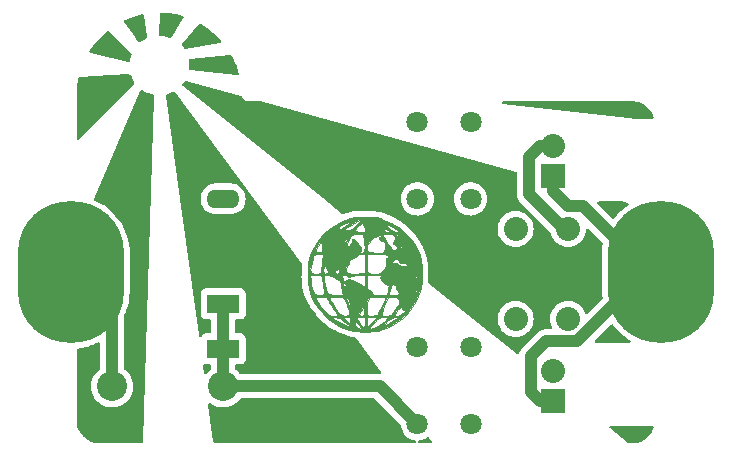
<source format=gbr>
%TF.GenerationSoftware,KiCad,Pcbnew,(6.0.6)*%
%TF.CreationDate,2023-01-22T12:29:42+00:00*%
%TF.ProjectId,SolderSolar,536f6c64-6572-4536-9f6c-61722e6b6963,rev?*%
%TF.SameCoordinates,PX6350ce0PY463f660*%
%TF.FileFunction,Copper,L1,Top*%
%TF.FilePolarity,Positive*%
%FSLAX46Y46*%
G04 Gerber Fmt 4.6, Leading zero omitted, Abs format (unit mm)*
G04 Created by KiCad (PCBNEW (6.0.6)) date 2023-01-22 12:29:42*
%MOMM*%
%LPD*%
G01*
G04 APERTURE LIST*
%TA.AperFunction,EtchedComponent*%
%ADD10C,0.010000*%
%TD*%
%TA.AperFunction,ComponentPad*%
%ADD11R,2.800000X1.600000*%
%TD*%
%TA.AperFunction,ComponentPad*%
%ADD12O,2.800000X1.600000*%
%TD*%
%TA.AperFunction,ComponentPad*%
%ADD13C,2.540000*%
%TD*%
%TA.AperFunction,ComponentPad*%
%ADD14C,2.032000*%
%TD*%
%TA.AperFunction,ComponentPad*%
%ADD15C,1.800000*%
%TD*%
%TA.AperFunction,SMDPad,CuDef*%
%ADD16C,0.010000*%
%TD*%
%TA.AperFunction,ComponentPad*%
%ADD17R,2.032000X2.032000*%
%TD*%
%TA.AperFunction,ComponentPad*%
%ADD18O,9.000000X12.000000*%
%TD*%
%TA.AperFunction,Conductor*%
%ADD19C,1.016000*%
%TD*%
%TA.AperFunction,Conductor*%
%ADD20C,0.300000*%
%TD*%
%TA.AperFunction,Conductor*%
%ADD21C,0.500000*%
%TD*%
G04 APERTURE END LIST*
%TO.C,P2*%
G36*
X21591538Y12099899D02*
G01*
X21133426Y12729189D01*
X20866818Y13229167D01*
X21166983Y13229167D01*
X21221525Y13072396D01*
X21364001Y12833103D01*
X21564223Y12550092D01*
X21791998Y12262169D01*
X22017137Y12008136D01*
X22209450Y11826800D01*
X22306343Y11764705D01*
X22522144Y11708657D01*
X22755227Y11690382D01*
X22930318Y11713324D01*
X22966907Y11734464D01*
X22949774Y11824797D01*
X22853198Y12006151D01*
X22739663Y12178964D01*
X22537561Y12481132D01*
X22340688Y12799562D01*
X22264387Y12932834D01*
X22140949Y13141763D01*
X22101619Y13178794D01*
X22352000Y13178794D01*
X22398288Y13047777D01*
X22519069Y12823784D01*
X22687213Y12549289D01*
X22875591Y12266766D01*
X23057074Y12018691D01*
X23198437Y11853563D01*
X23413938Y11728669D01*
X23667473Y11701284D01*
X23891447Y11770490D01*
X23975560Y11852542D01*
X24867104Y11852542D01*
X24888657Y11728262D01*
X25047158Y11695559D01*
X25090489Y11700325D01*
X25193449Y11734158D01*
X25251260Y11825844D01*
X25279242Y12016513D01*
X25286356Y12169106D01*
X25483959Y12169106D01*
X25492513Y11908565D01*
X25535354Y11748479D01*
X25545014Y11736542D01*
X25659335Y11705290D01*
X25877659Y11696634D01*
X25989514Y11701264D01*
X26183913Y11719130D01*
X26317140Y11763286D01*
X26351281Y11795699D01*
X26718578Y11795699D01*
X26720044Y11756191D01*
X26834653Y11703779D01*
X27045996Y11686176D01*
X27285244Y11702644D01*
X27483570Y11752445D01*
X27509152Y11764646D01*
X27520173Y11774316D01*
X27855333Y11774316D01*
X27918506Y11690722D01*
X28077627Y11689526D01*
X28287094Y11760184D01*
X28501308Y11892154D01*
X28552497Y11935519D01*
X28715695Y12090175D01*
X28761178Y12164088D01*
X28699169Y12187450D01*
X28638500Y12189519D01*
X28484796Y12239851D01*
X28448000Y12319000D01*
X28407622Y12431749D01*
X28373382Y12446000D01*
X28277714Y12382447D01*
X28136618Y12227889D01*
X27991861Y12036480D01*
X27885208Y11862374D01*
X27855333Y11774316D01*
X27520173Y11774316D01*
X27633730Y11873951D01*
X27809473Y12079197D01*
X27979079Y12308813D01*
X28148036Y12562678D01*
X28231541Y12729100D01*
X28243586Y12857693D01*
X28198162Y12998071D01*
X28183158Y13032501D01*
X28093082Y13194840D01*
X27973344Y13270697D01*
X27762513Y13292080D01*
X27683866Y13292667D01*
X27299735Y13292667D01*
X26987582Y12560524D01*
X26856422Y12235224D01*
X26762527Y11967573D01*
X26718578Y11795699D01*
X26351281Y11795699D01*
X26425305Y11865974D01*
X26544516Y12059439D01*
X26681327Y12319000D01*
X26887740Y12718572D01*
X27013378Y12990617D01*
X27052113Y13159601D01*
X26997813Y13249991D01*
X26844350Y13286254D01*
X26585594Y13292855D01*
X26437386Y13292667D01*
X25770029Y13292667D01*
X25627347Y12993461D01*
X25555045Y12767554D01*
X25506026Y12474102D01*
X25483959Y12169106D01*
X25286356Y12169106D01*
X25289397Y12234334D01*
X25293267Y12495649D01*
X25281065Y12600350D01*
X25250355Y12560606D01*
X25233825Y12511768D01*
X25126903Y12275215D01*
X24985748Y12057316D01*
X24867104Y11852542D01*
X23975560Y11852542D01*
X23987561Y11864248D01*
X24013821Y11983477D01*
X23974298Y12179370D01*
X23861649Y12481074D01*
X23790299Y12647415D01*
X23574917Y13137513D01*
X23771638Y13137513D01*
X23825183Y12957742D01*
X23891980Y12784667D01*
X23996430Y12550408D01*
X24078587Y12396673D01*
X24110102Y12361334D01*
X24126029Y12435822D01*
X24115822Y12622869D01*
X24105234Y12712203D01*
X24021194Y13017799D01*
X23874840Y13181798D01*
X23774858Y13206704D01*
X23771638Y13137513D01*
X23574917Y13137513D01*
X23506731Y13292667D01*
X22929365Y13292667D01*
X22601564Y13282859D01*
X22417598Y13250209D01*
X22352930Y13189876D01*
X22352000Y13178794D01*
X22101619Y13178794D01*
X22027567Y13248515D01*
X21862518Y13287383D01*
X21616742Y13292667D01*
X21366660Y13281884D01*
X21203383Y13254156D01*
X21166983Y13229167D01*
X20866818Y13229167D01*
X20782607Y13387089D01*
X20572346Y14012381D01*
X20509905Y14437414D01*
X20482937Y14962934D01*
X20485590Y15165064D01*
X20717938Y15165064D01*
X20769193Y14616182D01*
X20816980Y14271815D01*
X20887670Y13947880D01*
X20946904Y13764650D01*
X21033012Y13585192D01*
X21133206Y13495802D01*
X21304760Y13465198D01*
X21501013Y13462000D01*
X21743627Y13473310D01*
X21897925Y13502257D01*
X21927244Y13525500D01*
X21910674Y13631629D01*
X21867475Y13862777D01*
X21805395Y14178154D01*
X21770447Y14351000D01*
X21663731Y14874368D01*
X21844000Y14874368D01*
X21869688Y14625483D01*
X21935716Y14308942D01*
X22025531Y13985218D01*
X22122578Y13714779D01*
X22201672Y13567834D01*
X22342018Y13505176D01*
X22623505Y13469149D01*
X22874203Y13462000D01*
X23460339Y13462000D01*
X23404597Y13779500D01*
X23334106Y14174936D01*
X23297326Y14340391D01*
X23466217Y14340391D01*
X23487315Y14255828D01*
X23556836Y14162111D01*
X23641708Y14209843D01*
X23695998Y14325429D01*
X23640344Y14408856D01*
X23527548Y14468389D01*
X23485951Y14454841D01*
X23466217Y14340391D01*
X23297326Y14340391D01*
X23275087Y14440427D01*
X23207342Y14612372D01*
X23110673Y14727170D01*
X22964879Y14821222D01*
X22771808Y14919805D01*
X22528592Y15026458D01*
X23399384Y15026458D01*
X23401274Y15021409D01*
X23447835Y14830681D01*
X23452666Y14767409D01*
X23517917Y14672388D01*
X23664607Y14651825D01*
X23819137Y14712072D01*
X23843773Y14733641D01*
X23979410Y14763381D01*
X24209605Y14720892D01*
X24487002Y14626322D01*
X24764245Y14499826D01*
X24993980Y14361553D01*
X25128850Y14231655D01*
X25146000Y14179493D01*
X25192409Y14068224D01*
X25230666Y14054667D01*
X25274910Y14132425D01*
X25305201Y14338407D01*
X25314241Y14576257D01*
X25484666Y14576257D01*
X25489747Y14265979D01*
X25514192Y14080883D01*
X25571807Y13976911D01*
X25676398Y13910002D01*
X25696333Y13900739D01*
X25862710Y13764390D01*
X25908000Y13633149D01*
X25922654Y13545464D01*
X25990116Y13494129D01*
X26145633Y13469583D01*
X26424454Y13462265D01*
X26539020Y13462000D01*
X27170040Y13462000D01*
X27351566Y13462000D01*
X27772783Y13462000D01*
X28029064Y13472553D01*
X28155623Y13513367D01*
X28191259Y13598181D01*
X28191307Y13610167D01*
X28139589Y13795846D01*
X28138311Y13798034D01*
X29579576Y13798034D01*
X29595587Y13708578D01*
X29663019Y13660685D01*
X29726654Y13763954D01*
X29782656Y13936660D01*
X29796715Y14009310D01*
X29753366Y14023319D01*
X29665648Y13953935D01*
X29579576Y13798034D01*
X28138311Y13798034D01*
X28070122Y13914730D01*
X27994044Y14085405D01*
X27997206Y14189897D01*
X27992310Y14293679D01*
X27955983Y14308667D01*
X27804556Y14336961D01*
X27736434Y14359607D01*
X27621888Y14344825D01*
X27524584Y14194546D01*
X27436949Y13894570D01*
X27404375Y13737167D01*
X27351566Y13462000D01*
X27170040Y13462000D01*
X27258214Y13779500D01*
X27328803Y14071146D01*
X27336439Y14235262D01*
X27279453Y14302172D01*
X27229104Y14308667D01*
X27112553Y14361460D01*
X26959361Y14492223D01*
X26805443Y14659535D01*
X26721536Y14774334D01*
X29802666Y14774334D01*
X29845000Y14732000D01*
X29887333Y14774334D01*
X29845000Y14816667D01*
X29802666Y14774334D01*
X26721536Y14774334D01*
X26686715Y14821975D01*
X26639091Y14938121D01*
X26657624Y14967764D01*
X26713721Y15018797D01*
X29577770Y15018797D01*
X29591000Y14986000D01*
X29667082Y14905230D01*
X29680663Y14901334D01*
X29717029Y14966840D01*
X29718000Y14986000D01*
X29652912Y15067414D01*
X29628336Y15070667D01*
X29577770Y15018797D01*
X26713721Y15018797D01*
X26749655Y15051487D01*
X26754666Y15077723D01*
X26676925Y15114819D01*
X26471281Y15142261D01*
X26179101Y15154994D01*
X26119666Y15155334D01*
X25484666Y15155334D01*
X25484666Y14576257D01*
X25314241Y14576257D01*
X25315333Y14605000D01*
X25315333Y15155334D01*
X24853650Y15155334D01*
X24547532Y15137068D01*
X24278414Y15090472D01*
X24174020Y15056030D01*
X23985458Y14999104D01*
X23863080Y15049893D01*
X23856770Y15056030D01*
X23698088Y15134759D01*
X23553674Y15155334D01*
X23407802Y15126668D01*
X23399384Y15026458D01*
X22528592Y15026458D01*
X22482173Y15046813D01*
X22216587Y15131923D01*
X22076833Y15153915D01*
X21917115Y15134594D01*
X21853885Y15039649D01*
X21844000Y14874368D01*
X21663731Y14874368D01*
X21615072Y15113000D01*
X20717938Y15165064D01*
X20485590Y15165064D01*
X20490311Y15524567D01*
X20492624Y15554964D01*
X20718497Y15554964D01*
X20739394Y15406865D01*
X20818192Y15325116D01*
X20819061Y15324606D01*
X21022329Y15262376D01*
X21281550Y15246567D01*
X21505209Y15279618D01*
X21560825Y15304844D01*
X21610381Y15412407D01*
X21626695Y15489236D01*
X21817937Y15489236D01*
X21857810Y15351114D01*
X21861873Y15345834D01*
X21979275Y15250267D01*
X22115733Y15282763D01*
X22172003Y15316285D01*
X22235879Y15391943D01*
X22220834Y15457320D01*
X22822062Y15457320D01*
X22822805Y15313945D01*
X22843913Y15284310D01*
X22976584Y15246362D01*
X23112375Y15325643D01*
X23183388Y15473699D01*
X23177515Y15525045D01*
X23368000Y15525045D01*
X23394461Y15357697D01*
X23452519Y15278850D01*
X23510186Y15320602D01*
X23524106Y15368398D01*
X23501122Y15543163D01*
X23460606Y15604594D01*
X23387729Y15635348D01*
X23368000Y15525045D01*
X23177515Y15525045D01*
X23166257Y15623468D01*
X23086582Y15649684D01*
X23718180Y15649684D01*
X23722829Y15447141D01*
X23839744Y15317755D01*
X23897166Y15299753D01*
X24250645Y15259873D01*
X24652986Y15254651D01*
X25005067Y15284676D01*
X25050750Y15292917D01*
X25315333Y15345834D01*
X25315333Y16138073D01*
X25484666Y16138073D01*
X25486744Y15747216D01*
X25508852Y15494636D01*
X25574797Y15349318D01*
X25708390Y15280249D01*
X25933439Y15256414D01*
X26166557Y15249822D01*
X26425354Y15261249D01*
X26612578Y15334911D01*
X26744176Y15449102D01*
X29316564Y15449102D01*
X29333518Y15414967D01*
X29414251Y15327434D01*
X29429102Y15389163D01*
X29408549Y15455319D01*
X29346216Y15547525D01*
X29318062Y15545618D01*
X29316564Y15449102D01*
X26744176Y15449102D01*
X26808952Y15505309D01*
X26841060Y15538116D01*
X27022003Y15749478D01*
X27102280Y15938122D01*
X27114678Y16185562D01*
X27113501Y16215449D01*
X27114299Y16273730D01*
X27618321Y16273730D01*
X27642100Y16192774D01*
X27802633Y16171334D01*
X28003176Y16122818D01*
X28105410Y16049061D01*
X28253490Y15958846D01*
X28483092Y15898314D01*
X28517944Y15893960D01*
X28741011Y15868692D01*
X28886840Y15849057D01*
X28898708Y15846900D01*
X28944194Y15901657D01*
X28940311Y15980834D01*
X28925376Y16002000D01*
X29125333Y16002000D01*
X29154220Y15919535D01*
X29162669Y15917334D01*
X29234955Y15976663D01*
X29252333Y16002000D01*
X29245620Y16080019D01*
X29214996Y16086667D01*
X29128778Y16025207D01*
X29125333Y16002000D01*
X28925376Y16002000D01*
X28866036Y16086094D01*
X28672072Y16142588D01*
X28546044Y16155380D01*
X28307233Y16190200D01*
X28218523Y16253660D01*
X28222574Y16293010D01*
X28188136Y16406820D01*
X28068427Y16493945D01*
X27890812Y16536987D01*
X27751126Y16450121D01*
X27736461Y16434315D01*
X27618321Y16273730D01*
X27114299Y16273730D01*
X27116853Y16459971D01*
X27162123Y16573715D01*
X27228373Y16594667D01*
X27327907Y16658249D01*
X27331371Y16742834D01*
X27298271Y16809773D01*
X27209673Y16855224D01*
X27035947Y16884629D01*
X26747464Y16903429D01*
X26393829Y16915032D01*
X25484666Y16939063D01*
X25484666Y16138073D01*
X25315333Y16138073D01*
X25315333Y16933334D01*
X25028058Y16933334D01*
X24796808Y16896065D01*
X24692048Y16806334D01*
X24581337Y16693742D01*
X24518019Y16679334D01*
X24361616Y16619147D01*
X24176276Y16475434D01*
X24021792Y16303469D01*
X23957973Y16161625D01*
X23907675Y16005379D01*
X23830973Y15879985D01*
X23718180Y15649684D01*
X23086582Y15649684D01*
X23045096Y15663334D01*
X22909623Y15599148D01*
X22822062Y15457320D01*
X22220834Y15457320D01*
X22207278Y15516224D01*
X22132582Y15653656D01*
X22015997Y15827210D01*
X21929641Y15914782D01*
X21920282Y15917334D01*
X21856640Y15845412D01*
X21820036Y15678358D01*
X21817937Y15489236D01*
X21626695Y15489236D01*
X21660563Y15648728D01*
X21703771Y15973435D01*
X21719912Y16150215D01*
X21781174Y16933334D01*
X21402655Y16933334D01*
X21166298Y16924369D01*
X21039673Y16868679D01*
X20963218Y16723066D01*
X20919063Y16582631D01*
X20838686Y16270920D01*
X20765803Y15919176D01*
X20748556Y15817995D01*
X20718497Y15554964D01*
X20492624Y15554964D01*
X20530899Y16057937D01*
X20603568Y16498670D01*
X20616938Y16551956D01*
X20836549Y17136058D01*
X21206187Y17136058D01*
X21299969Y17045390D01*
X21484782Y17058235D01*
X21658112Y17105711D01*
X21733618Y17133397D01*
X21732016Y17219030D01*
X21709284Y17419264D01*
X21688009Y17571015D01*
X21673683Y17667327D01*
X23807488Y17667327D01*
X23898534Y17613732D01*
X23951608Y17610667D01*
X24118335Y17684955D01*
X24204548Y17897896D01*
X24214666Y18040925D01*
X24258916Y18182392D01*
X24373883Y18203446D01*
X24532893Y18122200D01*
X24709272Y17956766D01*
X24876345Y17725253D01*
X24978090Y17522563D01*
X25045016Y17320886D01*
X25025459Y17224774D01*
X24992868Y17206846D01*
X24928220Y17129189D01*
X24938802Y17095436D01*
X24998564Y17027420D01*
X25095017Y17037737D01*
X25181408Y17069392D01*
X25274986Y17194265D01*
X25311629Y17446698D01*
X25484666Y17446698D01*
X25496443Y17229739D01*
X25558922Y17127438D01*
X25712828Y17085413D01*
X25759833Y17079248D01*
X26303063Y17033185D01*
X26693438Y17048514D01*
X26928679Y17125100D01*
X26960285Y17151048D01*
X27060702Y17343343D01*
X27071391Y17583214D01*
X27006344Y17814973D01*
X26879555Y17982935D01*
X26738419Y18034000D01*
X26587837Y18091813D01*
X26518161Y18219876D01*
X26558535Y18350127D01*
X26591710Y18376609D01*
X26659352Y18470199D01*
X26642530Y18513025D01*
X26529498Y18524911D01*
X26413298Y18475295D01*
X26230341Y18392137D01*
X26129178Y18372667D01*
X26013805Y18305486D01*
X25873633Y18138106D01*
X25834551Y18076334D01*
X25704791Y17889729D01*
X25595110Y17786947D01*
X25572188Y17780000D01*
X25517025Y17704975D01*
X25486689Y17517889D01*
X25484666Y17446698D01*
X25311629Y17446698D01*
X25315021Y17470064D01*
X25300831Y17886842D01*
X25261491Y18233850D01*
X25218091Y18550492D01*
X26852764Y18550492D01*
X26887982Y18447163D01*
X26966333Y18372667D01*
X27067963Y18208164D01*
X27093333Y18067919D01*
X27168321Y17860531D01*
X27305000Y17729881D01*
X27456669Y17599984D01*
X27516666Y17490863D01*
X27583276Y17318781D01*
X27739635Y17247250D01*
X27863588Y17276419D01*
X28012356Y17379496D01*
X28062720Y17434410D01*
X28035411Y17526000D01*
X28321000Y17526000D01*
X28327712Y17447982D01*
X28358336Y17441334D01*
X28444554Y17502794D01*
X28448000Y17526000D01*
X28419113Y17608466D01*
X28410663Y17610667D01*
X28338377Y17551338D01*
X28321000Y17526000D01*
X28035411Y17526000D01*
X28034259Y17529862D01*
X27902037Y17662275D01*
X27878082Y17680332D01*
X27807082Y17737667D01*
X28532666Y17737667D01*
X28575000Y17695334D01*
X28617333Y17737667D01*
X28575000Y17780000D01*
X28532666Y17737667D01*
X27807082Y17737667D01*
X27727586Y17801862D01*
X27717381Y17836445D01*
X28814888Y17836445D01*
X28826511Y17786111D01*
X28871333Y17780000D01*
X28941023Y17810979D01*
X28927777Y17836445D01*
X28827298Y17846578D01*
X28814888Y17836445D01*
X27717381Y17836445D01*
X27701797Y17889250D01*
X27776708Y17991667D01*
X28363333Y17991667D01*
X28405666Y17949334D01*
X28448000Y17991667D01*
X28405666Y18034000D01*
X28363333Y17991667D01*
X27776708Y17991667D01*
X27785136Y18003189D01*
X27792979Y18011878D01*
X27918291Y18185047D01*
X27909928Y18326093D01*
X27799877Y18471834D01*
X27633756Y18574501D01*
X27968769Y18574501D01*
X27982333Y18542000D01*
X28094492Y18460495D01*
X28119326Y18457334D01*
X28165230Y18509500D01*
X28151666Y18542000D01*
X28039507Y18623506D01*
X28014673Y18626667D01*
X27968769Y18574501D01*
X27633756Y18574501D01*
X27619661Y18583212D01*
X27324514Y18625557D01*
X27249544Y18626667D01*
X26971276Y18608524D01*
X26852764Y18550492D01*
X25218091Y18550492D01*
X25207650Y18626667D01*
X24766614Y18626667D01*
X24465097Y18606136D01*
X24255420Y18522285D01*
X24088259Y18341727D01*
X23928543Y18059372D01*
X23817929Y17807368D01*
X23807488Y17667327D01*
X21673683Y17667327D01*
X21639692Y17895826D01*
X23542958Y17895826D01*
X23608409Y17864667D01*
X23690116Y17933324D01*
X23784828Y18095868D01*
X23852242Y18252415D01*
X23833567Y18270775D01*
X23713751Y18167413D01*
X23571761Y18006177D01*
X23542958Y17895826D01*
X21639692Y17895826D01*
X21625434Y17991667D01*
X21390015Y17623956D01*
X21235795Y17331346D01*
X21206187Y17136058D01*
X20836549Y17136058D01*
X20908444Y17327275D01*
X21345688Y18045426D01*
X21909433Y18687418D01*
X22148087Y18881911D01*
X24468666Y18881911D01*
X24544811Y18832904D01*
X24739502Y18801799D01*
X24892000Y18796000D01*
X25315333Y18796000D01*
X25315333Y18965334D01*
X26924000Y18965334D01*
X26973608Y18832549D01*
X27135666Y18796000D01*
X27294797Y18823970D01*
X27347333Y18877688D01*
X27281773Y18971343D01*
X27137291Y19074295D01*
X26992188Y19132950D01*
X26971899Y19134667D01*
X26932927Y19063487D01*
X26924000Y18965334D01*
X25315333Y18965334D01*
X25315333Y19081967D01*
X25276170Y19316313D01*
X25211133Y19427445D01*
X27052532Y19427445D01*
X27123728Y19324948D01*
X27273504Y19187193D01*
X27468442Y19039935D01*
X27675126Y18908929D01*
X27860140Y18819930D01*
X27966163Y18796230D01*
X28124810Y18821131D01*
X28150576Y18882431D01*
X28038617Y18982749D01*
X27827101Y19120982D01*
X27570334Y19267002D01*
X27322626Y19390683D01*
X27138283Y19461898D01*
X27093333Y19468929D01*
X27052532Y19427445D01*
X25211133Y19427445D01*
X25180465Y19479848D01*
X25179016Y19481066D01*
X25081962Y19532295D01*
X24976608Y19495697D01*
X24821403Y19351637D01*
X24755683Y19281010D01*
X24589805Y19084098D01*
X24486145Y18930434D01*
X24468666Y18881911D01*
X22148087Y18881911D01*
X22252945Y18967365D01*
X23599029Y18967365D01*
X23623768Y18926847D01*
X23783419Y18920257D01*
X23866226Y18922047D01*
X24062262Y18943248D01*
X24225850Y19015181D01*
X24405220Y19167529D01*
X24596047Y19371208D01*
X24779939Y19586642D01*
X24895289Y19743670D01*
X24919627Y19811339D01*
X24916031Y19812000D01*
X24798807Y19768508D01*
X24586745Y19656138D01*
X24324472Y19502052D01*
X24056613Y19333411D01*
X23827796Y19177376D01*
X23683191Y19061647D01*
X23599029Y18967365D01*
X22252945Y18967365D01*
X22480625Y19152913D01*
X23079218Y19152913D01*
X23117602Y19087994D01*
X23176826Y19026709D01*
X23243695Y19011337D01*
X23350748Y19055132D01*
X23530524Y19171349D01*
X23812500Y19371052D01*
X24027929Y19529856D01*
X24173881Y19646628D01*
X24214666Y19689187D01*
X24145141Y19686036D01*
X23968257Y19631942D01*
X23731553Y19544377D01*
X23482567Y19440814D01*
X23286967Y19348213D01*
X23114984Y19241370D01*
X23079218Y19152913D01*
X22480625Y19152913D01*
X22580445Y19234261D01*
X23339487Y19666966D01*
X24039533Y19930843D01*
X24490522Y20019735D01*
X25041670Y20063435D01*
X25630092Y20062486D01*
X26192908Y20017429D01*
X26667235Y19928807D01*
X26740706Y19907542D01*
X27557578Y19568299D01*
X28306366Y19088203D01*
X28836072Y18612761D01*
X29295128Y18084669D01*
X29641358Y17562757D01*
X29915748Y16982380D01*
X29985661Y16799568D01*
X30094208Y16374991D01*
X30161463Y15842005D01*
X30186724Y15256601D01*
X30169288Y14674766D01*
X30108454Y14152491D01*
X30023268Y13800667D01*
X29651352Y12933657D01*
X29158998Y12177171D01*
X28553541Y11539797D01*
X27842312Y11030122D01*
X27505847Y10852390D01*
X27127794Y10685722D01*
X26745020Y10539788D01*
X26424552Y10439533D01*
X26348332Y10421628D01*
X25990714Y10373357D01*
X25538732Y10347038D01*
X25066094Y10343998D01*
X24646508Y10365564D01*
X24468666Y10387786D01*
X24002855Y10503794D01*
X23482494Y10693168D01*
X22986263Y10924762D01*
X22716875Y11081273D01*
X22151718Y11519924D01*
X22606000Y11519924D01*
X22676788Y11449492D01*
X22866380Y11327474D01*
X23140614Y11174915D01*
X23293137Y11096590D01*
X23657528Y10921621D01*
X23927621Y10806920D01*
X24089182Y10756971D01*
X24127980Y10776259D01*
X24040224Y10861193D01*
X23903753Y10970597D01*
X23824248Y11035426D01*
X24474106Y11035426D01*
X24531397Y10898817D01*
X24641298Y10768632D01*
X24790337Y10647720D01*
X24932111Y10586979D01*
X25021631Y10596067D01*
X25020264Y10611756D01*
X25760409Y10611756D01*
X25802507Y10593848D01*
X25858702Y10611279D01*
X26045329Y10660830D01*
X26118202Y10668000D01*
X26237498Y10716093D01*
X26438601Y10840090D01*
X26549702Y10917855D01*
X26911351Y10917855D01*
X26925151Y10890793D01*
X27037851Y10922532D01*
X27051000Y10927157D01*
X27283427Y11026897D01*
X27563446Y11169799D01*
X27660457Y11224558D01*
X27936293Y11400355D01*
X28057844Y11517826D01*
X28027950Y11581769D01*
X27881496Y11597592D01*
X27641535Y11526632D01*
X27332671Y11313404D01*
X27220333Y11216529D01*
X27006421Y11020754D01*
X26911351Y10917855D01*
X26549702Y10917855D01*
X26680736Y11009572D01*
X26923129Y11194119D01*
X27125007Y11363312D01*
X27245597Y11486730D01*
X27262666Y11521844D01*
X27187142Y11568749D01*
X26996770Y11596292D01*
X26894920Y11599334D01*
X26678331Y11586663D01*
X26518297Y11527409D01*
X26359046Y11389708D01*
X26190977Y11197167D01*
X25945686Y10897620D01*
X25805149Y10707748D01*
X25760409Y10611756D01*
X25020264Y10611756D01*
X25013908Y10684645D01*
X25011401Y10689167D01*
X24877805Y10877738D01*
X24721586Y11037258D01*
X24588855Y11124900D01*
X24541026Y11126061D01*
X24474106Y11035426D01*
X23824248Y11035426D01*
X23691294Y11143836D01*
X23523504Y11281834D01*
X23193333Y11509380D01*
X23090854Y11542000D01*
X23537333Y11542000D01*
X23596398Y11457023D01*
X23744525Y11312503D01*
X23812500Y11253654D01*
X23985547Y11115491D01*
X24070722Y11081615D01*
X24106791Y11143901D01*
X24115528Y11190145D01*
X24116978Y11391541D01*
X24097019Y11478491D01*
X24058566Y11507750D01*
X24638000Y11507750D01*
X24685861Y11407433D01*
X24805633Y11229782D01*
X24961600Y11021282D01*
X25118043Y10828423D01*
X25239245Y10697691D01*
X25283199Y10668000D01*
X25300802Y10744603D01*
X25312474Y10942194D01*
X25315333Y11133667D01*
X25315333Y11599334D01*
X25484666Y11599334D01*
X25488460Y11112500D01*
X25492254Y10625667D01*
X25869460Y11046682D01*
X26060959Y11269596D01*
X26196726Y11445147D01*
X26246666Y11533515D01*
X26170958Y11572776D01*
X25979417Y11596320D01*
X25865666Y11599334D01*
X25484666Y11599334D01*
X25315333Y11599334D01*
X24976666Y11599334D01*
X24764498Y11579022D01*
X24646603Y11528259D01*
X24638000Y11507750D01*
X24058566Y11507750D01*
X24004317Y11549027D01*
X23835297Y11592738D01*
X23659992Y11601678D01*
X23548440Y11567900D01*
X23537333Y11542000D01*
X23090854Y11542000D01*
X22916739Y11597422D01*
X22872446Y11599334D01*
X22688774Y11577319D01*
X22606337Y11523928D01*
X22606000Y11519924D01*
X22151718Y11519924D01*
X22128751Y11537750D01*
X21591538Y12099899D01*
G37*
D10*
X21591538Y12099899D02*
X21133426Y12729189D01*
X20866818Y13229167D01*
X21166983Y13229167D01*
X21221525Y13072396D01*
X21364001Y12833103D01*
X21564223Y12550092D01*
X21791998Y12262169D01*
X22017137Y12008136D01*
X22209450Y11826800D01*
X22306343Y11764705D01*
X22522144Y11708657D01*
X22755227Y11690382D01*
X22930318Y11713324D01*
X22966907Y11734464D01*
X22949774Y11824797D01*
X22853198Y12006151D01*
X22739663Y12178964D01*
X22537561Y12481132D01*
X22340688Y12799562D01*
X22264387Y12932834D01*
X22140949Y13141763D01*
X22101619Y13178794D01*
X22352000Y13178794D01*
X22398288Y13047777D01*
X22519069Y12823784D01*
X22687213Y12549289D01*
X22875591Y12266766D01*
X23057074Y12018691D01*
X23198437Y11853563D01*
X23413938Y11728669D01*
X23667473Y11701284D01*
X23891447Y11770490D01*
X23975560Y11852542D01*
X24867104Y11852542D01*
X24888657Y11728262D01*
X25047158Y11695559D01*
X25090489Y11700325D01*
X25193449Y11734158D01*
X25251260Y11825844D01*
X25279242Y12016513D01*
X25286356Y12169106D01*
X25483959Y12169106D01*
X25492513Y11908565D01*
X25535354Y11748479D01*
X25545014Y11736542D01*
X25659335Y11705290D01*
X25877659Y11696634D01*
X25989514Y11701264D01*
X26183913Y11719130D01*
X26317140Y11763286D01*
X26351281Y11795699D01*
X26718578Y11795699D01*
X26720044Y11756191D01*
X26834653Y11703779D01*
X27045996Y11686176D01*
X27285244Y11702644D01*
X27483570Y11752445D01*
X27509152Y11764646D01*
X27520173Y11774316D01*
X27855333Y11774316D01*
X27918506Y11690722D01*
X28077627Y11689526D01*
X28287094Y11760184D01*
X28501308Y11892154D01*
X28552497Y11935519D01*
X28715695Y12090175D01*
X28761178Y12164088D01*
X28699169Y12187450D01*
X28638500Y12189519D01*
X28484796Y12239851D01*
X28448000Y12319000D01*
X28407622Y12431749D01*
X28373382Y12446000D01*
X28277714Y12382447D01*
X28136618Y12227889D01*
X27991861Y12036480D01*
X27885208Y11862374D01*
X27855333Y11774316D01*
X27520173Y11774316D01*
X27633730Y11873951D01*
X27809473Y12079197D01*
X27979079Y12308813D01*
X28148036Y12562678D01*
X28231541Y12729100D01*
X28243586Y12857693D01*
X28198162Y12998071D01*
X28183158Y13032501D01*
X28093082Y13194840D01*
X27973344Y13270697D01*
X27762513Y13292080D01*
X27683866Y13292667D01*
X27299735Y13292667D01*
X26987582Y12560524D01*
X26856422Y12235224D01*
X26762527Y11967573D01*
X26718578Y11795699D01*
X26351281Y11795699D01*
X26425305Y11865974D01*
X26544516Y12059439D01*
X26681327Y12319000D01*
X26887740Y12718572D01*
X27013378Y12990617D01*
X27052113Y13159601D01*
X26997813Y13249991D01*
X26844350Y13286254D01*
X26585594Y13292855D01*
X26437386Y13292667D01*
X25770029Y13292667D01*
X25627347Y12993461D01*
X25555045Y12767554D01*
X25506026Y12474102D01*
X25483959Y12169106D01*
X25286356Y12169106D01*
X25289397Y12234334D01*
X25293267Y12495649D01*
X25281065Y12600350D01*
X25250355Y12560606D01*
X25233825Y12511768D01*
X25126903Y12275215D01*
X24985748Y12057316D01*
X24867104Y11852542D01*
X23975560Y11852542D01*
X23987561Y11864248D01*
X24013821Y11983477D01*
X23974298Y12179370D01*
X23861649Y12481074D01*
X23790299Y12647415D01*
X23574917Y13137513D01*
X23771638Y13137513D01*
X23825183Y12957742D01*
X23891980Y12784667D01*
X23996430Y12550408D01*
X24078587Y12396673D01*
X24110102Y12361334D01*
X24126029Y12435822D01*
X24115822Y12622869D01*
X24105234Y12712203D01*
X24021194Y13017799D01*
X23874840Y13181798D01*
X23774858Y13206704D01*
X23771638Y13137513D01*
X23574917Y13137513D01*
X23506731Y13292667D01*
X22929365Y13292667D01*
X22601564Y13282859D01*
X22417598Y13250209D01*
X22352930Y13189876D01*
X22352000Y13178794D01*
X22101619Y13178794D01*
X22027567Y13248515D01*
X21862518Y13287383D01*
X21616742Y13292667D01*
X21366660Y13281884D01*
X21203383Y13254156D01*
X21166983Y13229167D01*
X20866818Y13229167D01*
X20782607Y13387089D01*
X20572346Y14012381D01*
X20509905Y14437414D01*
X20482937Y14962934D01*
X20485590Y15165064D01*
X20717938Y15165064D01*
X20769193Y14616182D01*
X20816980Y14271815D01*
X20887670Y13947880D01*
X20946904Y13764650D01*
X21033012Y13585192D01*
X21133206Y13495802D01*
X21304760Y13465198D01*
X21501013Y13462000D01*
X21743627Y13473310D01*
X21897925Y13502257D01*
X21927244Y13525500D01*
X21910674Y13631629D01*
X21867475Y13862777D01*
X21805395Y14178154D01*
X21770447Y14351000D01*
X21663731Y14874368D01*
X21844000Y14874368D01*
X21869688Y14625483D01*
X21935716Y14308942D01*
X22025531Y13985218D01*
X22122578Y13714779D01*
X22201672Y13567834D01*
X22342018Y13505176D01*
X22623505Y13469149D01*
X22874203Y13462000D01*
X23460339Y13462000D01*
X23404597Y13779500D01*
X23334106Y14174936D01*
X23297326Y14340391D01*
X23466217Y14340391D01*
X23487315Y14255828D01*
X23556836Y14162111D01*
X23641708Y14209843D01*
X23695998Y14325429D01*
X23640344Y14408856D01*
X23527548Y14468389D01*
X23485951Y14454841D01*
X23466217Y14340391D01*
X23297326Y14340391D01*
X23275087Y14440427D01*
X23207342Y14612372D01*
X23110673Y14727170D01*
X22964879Y14821222D01*
X22771808Y14919805D01*
X22528592Y15026458D01*
X23399384Y15026458D01*
X23401274Y15021409D01*
X23447835Y14830681D01*
X23452666Y14767409D01*
X23517917Y14672388D01*
X23664607Y14651825D01*
X23819137Y14712072D01*
X23843773Y14733641D01*
X23979410Y14763381D01*
X24209605Y14720892D01*
X24487002Y14626322D01*
X24764245Y14499826D01*
X24993980Y14361553D01*
X25128850Y14231655D01*
X25146000Y14179493D01*
X25192409Y14068224D01*
X25230666Y14054667D01*
X25274910Y14132425D01*
X25305201Y14338407D01*
X25314241Y14576257D01*
X25484666Y14576257D01*
X25489747Y14265979D01*
X25514192Y14080883D01*
X25571807Y13976911D01*
X25676398Y13910002D01*
X25696333Y13900739D01*
X25862710Y13764390D01*
X25908000Y13633149D01*
X25922654Y13545464D01*
X25990116Y13494129D01*
X26145633Y13469583D01*
X26424454Y13462265D01*
X26539020Y13462000D01*
X27170040Y13462000D01*
X27351566Y13462000D01*
X27772783Y13462000D01*
X28029064Y13472553D01*
X28155623Y13513367D01*
X28191259Y13598181D01*
X28191307Y13610167D01*
X28139589Y13795846D01*
X28138311Y13798034D01*
X29579576Y13798034D01*
X29595587Y13708578D01*
X29663019Y13660685D01*
X29726654Y13763954D01*
X29782656Y13936660D01*
X29796715Y14009310D01*
X29753366Y14023319D01*
X29665648Y13953935D01*
X29579576Y13798034D01*
X28138311Y13798034D01*
X28070122Y13914730D01*
X27994044Y14085405D01*
X27997206Y14189897D01*
X27992310Y14293679D01*
X27955983Y14308667D01*
X27804556Y14336961D01*
X27736434Y14359607D01*
X27621888Y14344825D01*
X27524584Y14194546D01*
X27436949Y13894570D01*
X27404375Y13737167D01*
X27351566Y13462000D01*
X27170040Y13462000D01*
X27258214Y13779500D01*
X27328803Y14071146D01*
X27336439Y14235262D01*
X27279453Y14302172D01*
X27229104Y14308667D01*
X27112553Y14361460D01*
X26959361Y14492223D01*
X26805443Y14659535D01*
X26721536Y14774334D01*
X29802666Y14774334D01*
X29845000Y14732000D01*
X29887333Y14774334D01*
X29845000Y14816667D01*
X29802666Y14774334D01*
X26721536Y14774334D01*
X26686715Y14821975D01*
X26639091Y14938121D01*
X26657624Y14967764D01*
X26713721Y15018797D01*
X29577770Y15018797D01*
X29591000Y14986000D01*
X29667082Y14905230D01*
X29680663Y14901334D01*
X29717029Y14966840D01*
X29718000Y14986000D01*
X29652912Y15067414D01*
X29628336Y15070667D01*
X29577770Y15018797D01*
X26713721Y15018797D01*
X26749655Y15051487D01*
X26754666Y15077723D01*
X26676925Y15114819D01*
X26471281Y15142261D01*
X26179101Y15154994D01*
X26119666Y15155334D01*
X25484666Y15155334D01*
X25484666Y14576257D01*
X25314241Y14576257D01*
X25315333Y14605000D01*
X25315333Y15155334D01*
X24853650Y15155334D01*
X24547532Y15137068D01*
X24278414Y15090472D01*
X24174020Y15056030D01*
X23985458Y14999104D01*
X23863080Y15049893D01*
X23856770Y15056030D01*
X23698088Y15134759D01*
X23553674Y15155334D01*
X23407802Y15126668D01*
X23399384Y15026458D01*
X22528592Y15026458D01*
X22482173Y15046813D01*
X22216587Y15131923D01*
X22076833Y15153915D01*
X21917115Y15134594D01*
X21853885Y15039649D01*
X21844000Y14874368D01*
X21663731Y14874368D01*
X21615072Y15113000D01*
X20717938Y15165064D01*
X20485590Y15165064D01*
X20490311Y15524567D01*
X20492624Y15554964D01*
X20718497Y15554964D01*
X20739394Y15406865D01*
X20818192Y15325116D01*
X20819061Y15324606D01*
X21022329Y15262376D01*
X21281550Y15246567D01*
X21505209Y15279618D01*
X21560825Y15304844D01*
X21610381Y15412407D01*
X21626695Y15489236D01*
X21817937Y15489236D01*
X21857810Y15351114D01*
X21861873Y15345834D01*
X21979275Y15250267D01*
X22115733Y15282763D01*
X22172003Y15316285D01*
X22235879Y15391943D01*
X22220834Y15457320D01*
X22822062Y15457320D01*
X22822805Y15313945D01*
X22843913Y15284310D01*
X22976584Y15246362D01*
X23112375Y15325643D01*
X23183388Y15473699D01*
X23177515Y15525045D01*
X23368000Y15525045D01*
X23394461Y15357697D01*
X23452519Y15278850D01*
X23510186Y15320602D01*
X23524106Y15368398D01*
X23501122Y15543163D01*
X23460606Y15604594D01*
X23387729Y15635348D01*
X23368000Y15525045D01*
X23177515Y15525045D01*
X23166257Y15623468D01*
X23086582Y15649684D01*
X23718180Y15649684D01*
X23722829Y15447141D01*
X23839744Y15317755D01*
X23897166Y15299753D01*
X24250645Y15259873D01*
X24652986Y15254651D01*
X25005067Y15284676D01*
X25050750Y15292917D01*
X25315333Y15345834D01*
X25315333Y16138073D01*
X25484666Y16138073D01*
X25486744Y15747216D01*
X25508852Y15494636D01*
X25574797Y15349318D01*
X25708390Y15280249D01*
X25933439Y15256414D01*
X26166557Y15249822D01*
X26425354Y15261249D01*
X26612578Y15334911D01*
X26744176Y15449102D01*
X29316564Y15449102D01*
X29333518Y15414967D01*
X29414251Y15327434D01*
X29429102Y15389163D01*
X29408549Y15455319D01*
X29346216Y15547525D01*
X29318062Y15545618D01*
X29316564Y15449102D01*
X26744176Y15449102D01*
X26808952Y15505309D01*
X26841060Y15538116D01*
X27022003Y15749478D01*
X27102280Y15938122D01*
X27114678Y16185562D01*
X27113501Y16215449D01*
X27114299Y16273730D01*
X27618321Y16273730D01*
X27642100Y16192774D01*
X27802633Y16171334D01*
X28003176Y16122818D01*
X28105410Y16049061D01*
X28253490Y15958846D01*
X28483092Y15898314D01*
X28517944Y15893960D01*
X28741011Y15868692D01*
X28886840Y15849057D01*
X28898708Y15846900D01*
X28944194Y15901657D01*
X28940311Y15980834D01*
X28925376Y16002000D01*
X29125333Y16002000D01*
X29154220Y15919535D01*
X29162669Y15917334D01*
X29234955Y15976663D01*
X29252333Y16002000D01*
X29245620Y16080019D01*
X29214996Y16086667D01*
X29128778Y16025207D01*
X29125333Y16002000D01*
X28925376Y16002000D01*
X28866036Y16086094D01*
X28672072Y16142588D01*
X28546044Y16155380D01*
X28307233Y16190200D01*
X28218523Y16253660D01*
X28222574Y16293010D01*
X28188136Y16406820D01*
X28068427Y16493945D01*
X27890812Y16536987D01*
X27751126Y16450121D01*
X27736461Y16434315D01*
X27618321Y16273730D01*
X27114299Y16273730D01*
X27116853Y16459971D01*
X27162123Y16573715D01*
X27228373Y16594667D01*
X27327907Y16658249D01*
X27331371Y16742834D01*
X27298271Y16809773D01*
X27209673Y16855224D01*
X27035947Y16884629D01*
X26747464Y16903429D01*
X26393829Y16915032D01*
X25484666Y16939063D01*
X25484666Y16138073D01*
X25315333Y16138073D01*
X25315333Y16933334D01*
X25028058Y16933334D01*
X24796808Y16896065D01*
X24692048Y16806334D01*
X24581337Y16693742D01*
X24518019Y16679334D01*
X24361616Y16619147D01*
X24176276Y16475434D01*
X24021792Y16303469D01*
X23957973Y16161625D01*
X23907675Y16005379D01*
X23830973Y15879985D01*
X23718180Y15649684D01*
X23086582Y15649684D01*
X23045096Y15663334D01*
X22909623Y15599148D01*
X22822062Y15457320D01*
X22220834Y15457320D01*
X22207278Y15516224D01*
X22132582Y15653656D01*
X22015997Y15827210D01*
X21929641Y15914782D01*
X21920282Y15917334D01*
X21856640Y15845412D01*
X21820036Y15678358D01*
X21817937Y15489236D01*
X21626695Y15489236D01*
X21660563Y15648728D01*
X21703771Y15973435D01*
X21719912Y16150215D01*
X21781174Y16933334D01*
X21402655Y16933334D01*
X21166298Y16924369D01*
X21039673Y16868679D01*
X20963218Y16723066D01*
X20919063Y16582631D01*
X20838686Y16270920D01*
X20765803Y15919176D01*
X20748556Y15817995D01*
X20718497Y15554964D01*
X20492624Y15554964D01*
X20530899Y16057937D01*
X20603568Y16498670D01*
X20616938Y16551956D01*
X20836549Y17136058D01*
X21206187Y17136058D01*
X21299969Y17045390D01*
X21484782Y17058235D01*
X21658112Y17105711D01*
X21733618Y17133397D01*
X21732016Y17219030D01*
X21709284Y17419264D01*
X21688009Y17571015D01*
X21673683Y17667327D01*
X23807488Y17667327D01*
X23898534Y17613732D01*
X23951608Y17610667D01*
X24118335Y17684955D01*
X24204548Y17897896D01*
X24214666Y18040925D01*
X24258916Y18182392D01*
X24373883Y18203446D01*
X24532893Y18122200D01*
X24709272Y17956766D01*
X24876345Y17725253D01*
X24978090Y17522563D01*
X25045016Y17320886D01*
X25025459Y17224774D01*
X24992868Y17206846D01*
X24928220Y17129189D01*
X24938802Y17095436D01*
X24998564Y17027420D01*
X25095017Y17037737D01*
X25181408Y17069392D01*
X25274986Y17194265D01*
X25311629Y17446698D01*
X25484666Y17446698D01*
X25496443Y17229739D01*
X25558922Y17127438D01*
X25712828Y17085413D01*
X25759833Y17079248D01*
X26303063Y17033185D01*
X26693438Y17048514D01*
X26928679Y17125100D01*
X26960285Y17151048D01*
X27060702Y17343343D01*
X27071391Y17583214D01*
X27006344Y17814973D01*
X26879555Y17982935D01*
X26738419Y18034000D01*
X26587837Y18091813D01*
X26518161Y18219876D01*
X26558535Y18350127D01*
X26591710Y18376609D01*
X26659352Y18470199D01*
X26642530Y18513025D01*
X26529498Y18524911D01*
X26413298Y18475295D01*
X26230341Y18392137D01*
X26129178Y18372667D01*
X26013805Y18305486D01*
X25873633Y18138106D01*
X25834551Y18076334D01*
X25704791Y17889729D01*
X25595110Y17786947D01*
X25572188Y17780000D01*
X25517025Y17704975D01*
X25486689Y17517889D01*
X25484666Y17446698D01*
X25311629Y17446698D01*
X25315021Y17470064D01*
X25300831Y17886842D01*
X25261491Y18233850D01*
X25218091Y18550492D01*
X26852764Y18550492D01*
X26887982Y18447163D01*
X26966333Y18372667D01*
X27067963Y18208164D01*
X27093333Y18067919D01*
X27168321Y17860531D01*
X27305000Y17729881D01*
X27456669Y17599984D01*
X27516666Y17490863D01*
X27583276Y17318781D01*
X27739635Y17247250D01*
X27863588Y17276419D01*
X28012356Y17379496D01*
X28062720Y17434410D01*
X28035411Y17526000D01*
X28321000Y17526000D01*
X28327712Y17447982D01*
X28358336Y17441334D01*
X28444554Y17502794D01*
X28448000Y17526000D01*
X28419113Y17608466D01*
X28410663Y17610667D01*
X28338377Y17551338D01*
X28321000Y17526000D01*
X28035411Y17526000D01*
X28034259Y17529862D01*
X27902037Y17662275D01*
X27878082Y17680332D01*
X27807082Y17737667D01*
X28532666Y17737667D01*
X28575000Y17695334D01*
X28617333Y17737667D01*
X28575000Y17780000D01*
X28532666Y17737667D01*
X27807082Y17737667D01*
X27727586Y17801862D01*
X27717381Y17836445D01*
X28814888Y17836445D01*
X28826511Y17786111D01*
X28871333Y17780000D01*
X28941023Y17810979D01*
X28927777Y17836445D01*
X28827298Y17846578D01*
X28814888Y17836445D01*
X27717381Y17836445D01*
X27701797Y17889250D01*
X27776708Y17991667D01*
X28363333Y17991667D01*
X28405666Y17949334D01*
X28448000Y17991667D01*
X28405666Y18034000D01*
X28363333Y17991667D01*
X27776708Y17991667D01*
X27785136Y18003189D01*
X27792979Y18011878D01*
X27918291Y18185047D01*
X27909928Y18326093D01*
X27799877Y18471834D01*
X27633756Y18574501D01*
X27968769Y18574501D01*
X27982333Y18542000D01*
X28094492Y18460495D01*
X28119326Y18457334D01*
X28165230Y18509500D01*
X28151666Y18542000D01*
X28039507Y18623506D01*
X28014673Y18626667D01*
X27968769Y18574501D01*
X27633756Y18574501D01*
X27619661Y18583212D01*
X27324514Y18625557D01*
X27249544Y18626667D01*
X26971276Y18608524D01*
X26852764Y18550492D01*
X25218091Y18550492D01*
X25207650Y18626667D01*
X24766614Y18626667D01*
X24465097Y18606136D01*
X24255420Y18522285D01*
X24088259Y18341727D01*
X23928543Y18059372D01*
X23817929Y17807368D01*
X23807488Y17667327D01*
X21673683Y17667327D01*
X21639692Y17895826D01*
X23542958Y17895826D01*
X23608409Y17864667D01*
X23690116Y17933324D01*
X23784828Y18095868D01*
X23852242Y18252415D01*
X23833567Y18270775D01*
X23713751Y18167413D01*
X23571761Y18006177D01*
X23542958Y17895826D01*
X21639692Y17895826D01*
X21625434Y17991667D01*
X21390015Y17623956D01*
X21235795Y17331346D01*
X21206187Y17136058D01*
X20836549Y17136058D01*
X20908444Y17327275D01*
X21345688Y18045426D01*
X21909433Y18687418D01*
X22148087Y18881911D01*
X24468666Y18881911D01*
X24544811Y18832904D01*
X24739502Y18801799D01*
X24892000Y18796000D01*
X25315333Y18796000D01*
X25315333Y18965334D01*
X26924000Y18965334D01*
X26973608Y18832549D01*
X27135666Y18796000D01*
X27294797Y18823970D01*
X27347333Y18877688D01*
X27281773Y18971343D01*
X27137291Y19074295D01*
X26992188Y19132950D01*
X26971899Y19134667D01*
X26932927Y19063487D01*
X26924000Y18965334D01*
X25315333Y18965334D01*
X25315333Y19081967D01*
X25276170Y19316313D01*
X25211133Y19427445D01*
X27052532Y19427445D01*
X27123728Y19324948D01*
X27273504Y19187193D01*
X27468442Y19039935D01*
X27675126Y18908929D01*
X27860140Y18819930D01*
X27966163Y18796230D01*
X28124810Y18821131D01*
X28150576Y18882431D01*
X28038617Y18982749D01*
X27827101Y19120982D01*
X27570334Y19267002D01*
X27322626Y19390683D01*
X27138283Y19461898D01*
X27093333Y19468929D01*
X27052532Y19427445D01*
X25211133Y19427445D01*
X25180465Y19479848D01*
X25179016Y19481066D01*
X25081962Y19532295D01*
X24976608Y19495697D01*
X24821403Y19351637D01*
X24755683Y19281010D01*
X24589805Y19084098D01*
X24486145Y18930434D01*
X24468666Y18881911D01*
X22148087Y18881911D01*
X22252945Y18967365D01*
X23599029Y18967365D01*
X23623768Y18926847D01*
X23783419Y18920257D01*
X23866226Y18922047D01*
X24062262Y18943248D01*
X24225850Y19015181D01*
X24405220Y19167529D01*
X24596047Y19371208D01*
X24779939Y19586642D01*
X24895289Y19743670D01*
X24919627Y19811339D01*
X24916031Y19812000D01*
X24798807Y19768508D01*
X24586745Y19656138D01*
X24324472Y19502052D01*
X24056613Y19333411D01*
X23827796Y19177376D01*
X23683191Y19061647D01*
X23599029Y18967365D01*
X22252945Y18967365D01*
X22480625Y19152913D01*
X23079218Y19152913D01*
X23117602Y19087994D01*
X23176826Y19026709D01*
X23243695Y19011337D01*
X23350748Y19055132D01*
X23530524Y19171349D01*
X23812500Y19371052D01*
X24027929Y19529856D01*
X24173881Y19646628D01*
X24214666Y19689187D01*
X24145141Y19686036D01*
X23968257Y19631942D01*
X23731553Y19544377D01*
X23482567Y19440814D01*
X23286967Y19348213D01*
X23114984Y19241370D01*
X23079218Y19152913D01*
X22480625Y19152913D01*
X22580445Y19234261D01*
X23339487Y19666966D01*
X24039533Y19930843D01*
X24490522Y20019735D01*
X25041670Y20063435D01*
X25630092Y20062486D01*
X26192908Y20017429D01*
X26667235Y19928807D01*
X26740706Y19907542D01*
X27557578Y19568299D01*
X28306366Y19088203D01*
X28836072Y18612761D01*
X29295128Y18084669D01*
X29641358Y17562757D01*
X29915748Y16982380D01*
X29985661Y16799568D01*
X30094208Y16374991D01*
X30161463Y15842005D01*
X30186724Y15256601D01*
X30169288Y14674766D01*
X30108454Y14152491D01*
X30023268Y13800667D01*
X29651352Y12933657D01*
X29158998Y12177171D01*
X28553541Y11539797D01*
X27842312Y11030122D01*
X27505847Y10852390D01*
X27127794Y10685722D01*
X26745020Y10539788D01*
X26424552Y10439533D01*
X26348332Y10421628D01*
X25990714Y10373357D01*
X25538732Y10347038D01*
X25066094Y10343998D01*
X24646508Y10365564D01*
X24468666Y10387786D01*
X24002855Y10503794D01*
X23482494Y10693168D01*
X22986263Y10924762D01*
X22716875Y11081273D01*
X22151718Y11519924D01*
X22606000Y11519924D01*
X22676788Y11449492D01*
X22866380Y11327474D01*
X23140614Y11174915D01*
X23293137Y11096590D01*
X23657528Y10921621D01*
X23927621Y10806920D01*
X24089182Y10756971D01*
X24127980Y10776259D01*
X24040224Y10861193D01*
X23903753Y10970597D01*
X23824248Y11035426D01*
X24474106Y11035426D01*
X24531397Y10898817D01*
X24641298Y10768632D01*
X24790337Y10647720D01*
X24932111Y10586979D01*
X25021631Y10596067D01*
X25020264Y10611756D01*
X25760409Y10611756D01*
X25802507Y10593848D01*
X25858702Y10611279D01*
X26045329Y10660830D01*
X26118202Y10668000D01*
X26237498Y10716093D01*
X26438601Y10840090D01*
X26549702Y10917855D01*
X26911351Y10917855D01*
X26925151Y10890793D01*
X27037851Y10922532D01*
X27051000Y10927157D01*
X27283427Y11026897D01*
X27563446Y11169799D01*
X27660457Y11224558D01*
X27936293Y11400355D01*
X28057844Y11517826D01*
X28027950Y11581769D01*
X27881496Y11597592D01*
X27641535Y11526632D01*
X27332671Y11313404D01*
X27220333Y11216529D01*
X27006421Y11020754D01*
X26911351Y10917855D01*
X26549702Y10917855D01*
X26680736Y11009572D01*
X26923129Y11194119D01*
X27125007Y11363312D01*
X27245597Y11486730D01*
X27262666Y11521844D01*
X27187142Y11568749D01*
X26996770Y11596292D01*
X26894920Y11599334D01*
X26678331Y11586663D01*
X26518297Y11527409D01*
X26359046Y11389708D01*
X26190977Y11197167D01*
X25945686Y10897620D01*
X25805149Y10707748D01*
X25760409Y10611756D01*
X25020264Y10611756D01*
X25013908Y10684645D01*
X25011401Y10689167D01*
X24877805Y10877738D01*
X24721586Y11037258D01*
X24588855Y11124900D01*
X24541026Y11126061D01*
X24474106Y11035426D01*
X23824248Y11035426D01*
X23691294Y11143836D01*
X23523504Y11281834D01*
X23193333Y11509380D01*
X23090854Y11542000D01*
X23537333Y11542000D01*
X23596398Y11457023D01*
X23744525Y11312503D01*
X23812500Y11253654D01*
X23985547Y11115491D01*
X24070722Y11081615D01*
X24106791Y11143901D01*
X24115528Y11190145D01*
X24116978Y11391541D01*
X24097019Y11478491D01*
X24058566Y11507750D01*
X24638000Y11507750D01*
X24685861Y11407433D01*
X24805633Y11229782D01*
X24961600Y11021282D01*
X25118043Y10828423D01*
X25239245Y10697691D01*
X25283199Y10668000D01*
X25300802Y10744603D01*
X25312474Y10942194D01*
X25315333Y11133667D01*
X25315333Y11599334D01*
X25484666Y11599334D01*
X25488460Y11112500D01*
X25492254Y10625667D01*
X25869460Y11046682D01*
X26060959Y11269596D01*
X26196726Y11445147D01*
X26246666Y11533515D01*
X26170958Y11572776D01*
X25979417Y11596320D01*
X25865666Y11599334D01*
X25484666Y11599334D01*
X25315333Y11599334D01*
X24976666Y11599334D01*
X24764498Y11579022D01*
X24646603Y11528259D01*
X24638000Y11507750D01*
X24058566Y11507750D01*
X24004317Y11549027D01*
X23835297Y11592738D01*
X23659992Y11601678D01*
X23548440Y11567900D01*
X23537333Y11542000D01*
X23090854Y11542000D01*
X22916739Y11597422D01*
X22872446Y11599334D01*
X22688774Y11577319D01*
X22606337Y11523928D01*
X22606000Y11519924D01*
X22151718Y11519924D01*
X22128751Y11537750D01*
X21591538Y12099899D01*
%TD*%
D11*
%TO.P,C1,1*%
%TO.N,Net-(C1-Pad1)*%
X13335000Y12700000D03*
D12*
%TO.P,C1,2*%
%TO.N,GND*%
X13335000Y21590000D03*
D11*
%TO.P,C1,1*%
%TO.N,Net-(C1-Pad1)*%
X13335000Y8890000D03*
%TD*%
D13*
%TO.P,D1,1,K*%
%TO.N,Net-(C1-Pad1)*%
X13335000Y5715000D03*
%TO.P,D1,2,A*%
%TO.N,Net-(D1-Pad2)*%
X3937000Y5715000D03*
%TD*%
D14*
%TO.P,R1,1*%
%TO.N,Net-(D2-Pad2)*%
X42545000Y19050000D03*
%TO.P,R1,2*%
%TO.N,Net-(R1-Pad2)*%
X42545000Y11430000D03*
%TD*%
%TO.P,R2,1*%
%TO.N,Net-(D3-Pad2)*%
X38100000Y19050000D03*
%TO.P,R2,2*%
%TO.N,Net-(R2-Pad2)*%
X38100000Y11430000D03*
%TD*%
D15*
%TO.P,SW1,1,1*%
%TO.N,Net-(C1-Pad1)*%
X29790000Y21590000D03*
%TO.P,SW1,2,2*%
%TO.N,Net-(R1-Pad2)*%
X34290000Y21590000D03*
%TO.P,SW1,3*%
%TO.N,N/C*%
X29790000Y28090000D03*
%TO.P,SW1,4*%
X34290000Y28090000D03*
%TD*%
%TO.P,SW2,1,1*%
%TO.N,Net-(C1-Pad1)*%
X29790000Y2540000D03*
%TO.P,SW2,2,2*%
%TO.N,Net-(R2-Pad2)*%
X34290000Y2540000D03*
%TO.P,SW2,3*%
%TO.N,N/C*%
X29790000Y9040000D03*
%TO.P,SW2,4*%
X34290000Y9040000D03*
%TD*%
D16*
%TO.P,P2,1,P1*%
%TO.N,unconnected-(P2-Pad1)*%
X25400000Y15240000D03*
%TD*%
D17*
%TO.P,D2,1,K*%
%TO.N,GND*%
X41275000Y23495000D03*
D14*
%TO.P,D2,2,A*%
%TO.N,Net-(D2-Pad2)*%
X41275000Y26035000D03*
%TD*%
D17*
%TO.P,D3,1,K*%
%TO.N,GND*%
X41275000Y4445000D03*
D14*
%TO.P,D3,2,A*%
%TO.N,Net-(D3-Pad2)*%
X41275000Y6985000D03*
%TD*%
D18*
%TO.P,SC1,1,+*%
%TO.N,Net-(D1-Pad2)*%
X419000Y15381000D03*
%TO.P,SC1,2,-*%
%TO.N,GND*%
X50419000Y15381000D03*
%TD*%
D19*
%TO.N,Net-(D1-Pad2)*%
X927000Y13805000D02*
X927000Y15381000D01*
X3937000Y10795000D02*
X927000Y13805000D01*
X3937000Y10795000D02*
X3937000Y11863000D01*
X3937000Y5715000D02*
X3937000Y10795000D01*
X3937000Y11863000D02*
X419000Y15381000D01*
%TO.N,GND*%
X49389000Y15381000D02*
X49911000Y15381000D01*
X43815000Y20955000D02*
X49389000Y15381000D01*
X49163000Y15381000D02*
X49389000Y15381000D01*
X44831000Y11049000D02*
X49163000Y15381000D01*
%TO.N,Net-(C1-Pad1)*%
X13335000Y8890000D02*
X13335000Y12700000D01*
X26615000Y5715000D02*
X29790000Y2540000D01*
X13335000Y5715000D02*
X13335000Y8890000D01*
X13335000Y5715000D02*
X26615000Y5715000D01*
%TO.N,GND*%
X43815000Y20955000D02*
X42545000Y20955000D01*
X42545000Y20955000D02*
X41275000Y22225000D01*
X41275000Y22225000D02*
X41275000Y23495000D01*
X40132000Y4445000D02*
X39370000Y5207000D01*
X39370000Y5207000D02*
X39370000Y8255000D01*
X39370000Y8255000D02*
X40640000Y9525000D01*
X40640000Y9525000D02*
X43307000Y9525000D01*
X43307000Y9525000D02*
X44831000Y11049000D01*
D20*
X48046000Y14264000D02*
X48046000Y15381000D01*
D19*
X41275000Y4445000D02*
X40132000Y4445000D01*
D20*
X48046000Y15381000D02*
X48046000Y16724000D01*
D19*
X50419000Y15381000D02*
X49163000Y15381000D01*
D20*
%TO.N,Net-(D1-Pad2)*%
X3937000Y14490000D02*
X3046000Y15381000D01*
D21*
X3937000Y14490000D02*
X3046000Y15381000D01*
D19*
%TO.N,Net-(D2-Pad2)*%
X42164000Y19050000D02*
X39243000Y21971000D01*
X39243000Y21971000D02*
X39243000Y25146000D01*
X39243000Y25146000D02*
X40132000Y26035000D01*
X40132000Y26035000D02*
X41275000Y26035000D01*
D20*
X42545000Y19050000D02*
X42164000Y19050000D01*
%TD*%
%TA.AperFunction,NonConductor*%
G36*
X14026565Y33734514D02*
G01*
X14078063Y33685643D01*
X14081751Y33678813D01*
X14243914Y33354852D01*
X14276676Y33289402D01*
X14280412Y33281221D01*
X14467963Y32828435D01*
X14471102Y32820020D01*
X14607561Y32410025D01*
X14625874Y32355003D01*
X14628408Y32346373D01*
X14660000Y32222597D01*
X14657466Y32151645D01*
X14616975Y32093327D01*
X14551383Y32066158D01*
X14524327Y32066171D01*
X10528492Y32499582D01*
X10462925Y32526813D01*
X10422489Y32585169D01*
X10417073Y32640639D01*
X10427003Y32719247D01*
X10427500Y32723179D01*
X10427500Y33038821D01*
X10414994Y33137818D01*
X10414000Y33153610D01*
X10414000Y33286731D01*
X10434002Y33354852D01*
X10487658Y33401345D01*
X10527724Y33412132D01*
X13956822Y33747784D01*
X14026565Y33734514D01*
G37*
%TD.AperFunction*%
%TA.AperFunction,NonConductor*%
G36*
X47889018Y29871000D02*
G01*
X47903851Y29868690D01*
X47903855Y29868690D01*
X47912724Y29867309D01*
X47929012Y29869439D01*
X47953589Y29870233D01*
X47991935Y29867720D01*
X48170701Y29856002D01*
X48187041Y29853851D01*
X48306690Y29830052D01*
X48426343Y29806251D01*
X48442257Y29801987D01*
X48513580Y29777776D01*
X48673292Y29723561D01*
X48688519Y29717254D01*
X48907342Y29609343D01*
X48921616Y29601102D01*
X49124478Y29465553D01*
X49137553Y29455520D01*
X49320993Y29294648D01*
X49332648Y29282993D01*
X49493520Y29099553D01*
X49503553Y29086478D01*
X49639102Y28883616D01*
X49647343Y28869342D01*
X49755254Y28650519D01*
X49761560Y28635295D01*
X49788477Y28556000D01*
X49791433Y28485067D01*
X49755570Y28423794D01*
X49692274Y28391637D01*
X49669164Y28389500D01*
X48428251Y28389500D01*
X48414664Y28390235D01*
X37065443Y29621235D01*
X36999876Y29648466D01*
X36959440Y29706822D01*
X36956973Y29777776D01*
X36993258Y29838800D01*
X37056775Y29870519D01*
X37079030Y29872500D01*
X47869633Y29872500D01*
X47889018Y29871000D01*
G37*
%TD.AperFunction*%
%TA.AperFunction,NonConductor*%
G36*
X47137462Y21367917D02*
G01*
X47565822Y21249118D01*
X47626120Y21211639D01*
X47656582Y21147509D01*
X47647538Y21077091D01*
X47604329Y21024425D01*
X47369253Y20860129D01*
X47369240Y20860119D01*
X47366945Y20858515D01*
X47364804Y20856715D01*
X47364801Y20856713D01*
X47027869Y20573491D01*
X47025450Y20571458D01*
X47023476Y20569474D01*
X47023472Y20569470D01*
X46975850Y20521598D01*
X46710824Y20255181D01*
X46670670Y20206901D01*
X46454753Y19947290D01*
X46395815Y19907706D01*
X46324833Y19906270D01*
X46268784Y19938764D01*
X45050143Y21157405D01*
X45016117Y21219717D01*
X45021182Y21290532D01*
X45063729Y21347368D01*
X45130249Y21372179D01*
X45139238Y21372500D01*
X47103789Y21372500D01*
X47137462Y21367917D01*
G37*
%TD.AperFunction*%
%TA.AperFunction,NonConductor*%
G36*
X46304339Y10980625D02*
G01*
X46359257Y10940575D01*
X46614043Y10617381D01*
X46623769Y10605044D01*
X46930008Y10280639D01*
X46932118Y10278769D01*
X47261766Y9986607D01*
X47261773Y9986602D01*
X47263872Y9984741D01*
X47622718Y9719694D01*
X47740532Y9647921D01*
X47781267Y9623105D01*
X47829036Y9570582D01*
X47840826Y9500571D01*
X47812894Y9435300D01*
X47754108Y9395492D01*
X47715714Y9389500D01*
X44913238Y9389500D01*
X44845117Y9409502D01*
X44798624Y9463158D01*
X44788520Y9533432D01*
X44818014Y9598012D01*
X44824143Y9604595D01*
X46171212Y10951664D01*
X46233524Y10985690D01*
X46304339Y10980625D01*
G37*
%TD.AperFunction*%
%TA.AperFunction,NonConductor*%
G36*
X10230808Y31603362D02*
G01*
X14839253Y30325287D01*
X14899551Y30287808D01*
X14924159Y30242833D01*
X14924194Y30242849D01*
X14924374Y30242440D01*
X14924377Y30242435D01*
X14927811Y30234631D01*
X14927811Y30234630D01*
X14936108Y30215774D01*
X14941925Y30199662D01*
X14950051Y30171229D01*
X14963755Y30149511D01*
X14972517Y30133029D01*
X14982859Y30109526D01*
X14988634Y30102656D01*
X15001886Y30086891D01*
X15011997Y30073050D01*
X15022985Y30055635D01*
X15027776Y30048042D01*
X15034504Y30042100D01*
X15047019Y30031047D01*
X15060057Y30017687D01*
X15076583Y29998027D01*
X15084050Y29993056D01*
X15084055Y29993052D01*
X15101207Y29981635D01*
X15114786Y29971197D01*
X15136951Y29951622D01*
X15145077Y29947807D01*
X15145080Y29947805D01*
X15160189Y29940712D01*
X15176453Y29931549D01*
X15197834Y29917316D01*
X15226071Y29908494D01*
X15242026Y29902289D01*
X15268800Y29889719D01*
X15294168Y29885769D01*
X15312352Y29881537D01*
X15336864Y29873879D01*
X15367584Y29873316D01*
X15371905Y29873237D01*
X15375874Y29873047D01*
X15379386Y29872500D01*
X15410946Y29872500D01*
X15413255Y29872479D01*
X15473525Y29871374D01*
X15473528Y29871374D01*
X15482498Y29871210D01*
X15486303Y29872247D01*
X15490378Y29872500D01*
X16454751Y29872500D01*
X16488424Y29867917D01*
X38134173Y23864829D01*
X38194471Y23827350D01*
X38224933Y23763220D01*
X38226500Y23743412D01*
X38226500Y22033276D01*
X38225763Y22019668D01*
X38221638Y21981696D01*
X38222175Y21975561D01*
X38226046Y21931310D01*
X38226375Y21926482D01*
X38226500Y21923927D01*
X38226500Y21920843D01*
X38226801Y21917776D01*
X38230722Y21877781D01*
X38230844Y21876468D01*
X38231961Y21863704D01*
X38239012Y21783108D01*
X38240511Y21777948D01*
X38241035Y21772606D01*
X38242816Y21766708D01*
X38268098Y21682969D01*
X38268455Y21681764D01*
X38294628Y21591678D01*
X38297100Y21586910D01*
X38298652Y21581768D01*
X38301547Y21576323D01*
X38301550Y21576316D01*
X38342633Y21499050D01*
X38343213Y21497946D01*
X38386366Y21414696D01*
X38389718Y21410497D01*
X38392239Y21405756D01*
X38396131Y21400984D01*
X38451438Y21333171D01*
X38452266Y21332145D01*
X38480757Y21296456D01*
X38483768Y21292684D01*
X38486263Y21290189D01*
X38486973Y21289395D01*
X38490692Y21285041D01*
X38518232Y21251274D01*
X38522972Y21247353D01*
X38553878Y21221785D01*
X38562657Y21213795D01*
X41031264Y18745187D01*
X41064688Y18685506D01*
X41090631Y18577447D01*
X41092524Y18572876D01*
X41092525Y18572874D01*
X41167709Y18391364D01*
X41182460Y18355751D01*
X41307840Y18151151D01*
X41463682Y17968682D01*
X41646151Y17812840D01*
X41850751Y17687460D01*
X41855321Y17685567D01*
X41855323Y17685566D01*
X41956045Y17643846D01*
X42072447Y17595631D01*
X42154037Y17576043D01*
X42300965Y17540768D01*
X42300971Y17540767D01*
X42305778Y17539613D01*
X42545000Y17520786D01*
X42784222Y17539613D01*
X42789029Y17540767D01*
X42789035Y17540768D01*
X42935963Y17576043D01*
X43017553Y17595631D01*
X43133955Y17643846D01*
X43234677Y17685566D01*
X43234679Y17685567D01*
X43239249Y17687460D01*
X43443849Y17812840D01*
X43626318Y17968682D01*
X43782160Y18151151D01*
X43907540Y18355751D01*
X43922292Y18391364D01*
X43997475Y18572874D01*
X43997476Y18572876D01*
X43999369Y18577447D01*
X44041034Y18750992D01*
X44054232Y18805965D01*
X44054233Y18805971D01*
X44055387Y18810778D01*
X44067963Y18970573D01*
X44093248Y19036914D01*
X44150386Y19079054D01*
X44221237Y19083613D01*
X44282670Y19049782D01*
X45453691Y17878761D01*
X45487717Y17816449D01*
X45488993Y17769630D01*
X45448913Y17520786D01*
X45438678Y17457243D01*
X45410500Y17059270D01*
X45410500Y13767650D01*
X45410563Y13766244D01*
X45410563Y13766227D01*
X45411509Y13744994D01*
X45425300Y13435324D01*
X45425672Y13432551D01*
X45425673Y13432545D01*
X45458975Y13184607D01*
X45448219Y13114430D01*
X45423191Y13078739D01*
X44205181Y11860729D01*
X44142869Y11826703D01*
X44072054Y11831768D01*
X44015218Y11874315D01*
X44000357Y11902962D01*
X43999369Y11902553D01*
X43909434Y12119677D01*
X43909433Y12119679D01*
X43907540Y12124249D01*
X43782160Y12328849D01*
X43694126Y12431925D01*
X43629531Y12507556D01*
X43626318Y12511318D01*
X43443849Y12667160D01*
X43239249Y12792540D01*
X43234679Y12794433D01*
X43234677Y12794434D01*
X43022126Y12882475D01*
X43022124Y12882476D01*
X43017553Y12884369D01*
X42935963Y12903957D01*
X42789035Y12939232D01*
X42789029Y12939233D01*
X42784222Y12940387D01*
X42545000Y12959214D01*
X42305778Y12940387D01*
X42300971Y12939233D01*
X42300965Y12939232D01*
X42154037Y12903957D01*
X42072447Y12884369D01*
X42067876Y12882476D01*
X42067874Y12882475D01*
X41855323Y12794434D01*
X41855321Y12794433D01*
X41850751Y12792540D01*
X41646151Y12667160D01*
X41463682Y12511318D01*
X41460469Y12507556D01*
X41395875Y12431925D01*
X41307840Y12328849D01*
X41182460Y12124249D01*
X41090631Y11902553D01*
X41089476Y11897741D01*
X41035768Y11674035D01*
X41035767Y11674029D01*
X41034613Y11669222D01*
X41015786Y11430000D01*
X41034613Y11190778D01*
X41035767Y11185971D01*
X41035768Y11185965D01*
X41049616Y11128286D01*
X41090631Y10957447D01*
X41092524Y10952876D01*
X41092525Y10952874D01*
X41097620Y10940575D01*
X41182460Y10735751D01*
X41185047Y10731529D01*
X41187293Y10727122D01*
X41185821Y10726372D01*
X41202480Y10664819D01*
X41181034Y10597139D01*
X41126401Y10551799D01*
X41076509Y10541500D01*
X40702276Y10541500D01*
X40688668Y10542237D01*
X40656821Y10545697D01*
X40656817Y10545697D01*
X40650696Y10546362D01*
X40613828Y10543137D01*
X40600310Y10541954D01*
X40595482Y10541625D01*
X40592927Y10541500D01*
X40589843Y10541500D01*
X40574469Y10539992D01*
X40546781Y10537278D01*
X40545468Y10537156D01*
X40505371Y10533648D01*
X40452108Y10528988D01*
X40446948Y10527489D01*
X40441606Y10526965D01*
X40374879Y10506819D01*
X40351948Y10499896D01*
X40350684Y10499521D01*
X40266593Y10475090D01*
X40266589Y10475088D01*
X40260678Y10473371D01*
X40255914Y10470902D01*
X40250768Y10469348D01*
X40167961Y10425319D01*
X40166904Y10424764D01*
X40083696Y10381634D01*
X40079497Y10378282D01*
X40074756Y10375761D01*
X40069984Y10371869D01*
X40002171Y10316562D01*
X40001145Y10315734D01*
X39964436Y10286429D01*
X39961684Y10284232D01*
X39959189Y10281737D01*
X39958395Y10281027D01*
X39954040Y10277307D01*
X39925049Y10253663D01*
X39925046Y10253660D01*
X39920274Y10249768D01*
X39916346Y10245020D01*
X39916345Y10245019D01*
X39890789Y10214127D01*
X39882800Y10205348D01*
X38695267Y9017815D01*
X38685125Y9008714D01*
X38655351Y8984775D01*
X38622813Y8945998D01*
X38619649Y8942371D01*
X38617954Y8940502D01*
X38615760Y8938308D01*
X38588188Y8904742D01*
X38587526Y8903945D01*
X38527214Y8832067D01*
X38524627Y8827361D01*
X38521218Y8823211D01*
X38518310Y8817787D01*
X38518303Y8817777D01*
X38476939Y8740632D01*
X38476310Y8739472D01*
X38431179Y8657379D01*
X38429555Y8652259D01*
X38427017Y8647526D01*
X38402790Y8568284D01*
X38399648Y8558007D01*
X38399256Y8556747D01*
X38387599Y8520001D01*
X38347934Y8461117D01*
X38282732Y8433025D01*
X38212693Y8444644D01*
X38188671Y8459804D01*
X34484801Y11430000D01*
X36570786Y11430000D01*
X36589613Y11190778D01*
X36590767Y11185971D01*
X36590768Y11185965D01*
X36604616Y11128286D01*
X36645631Y10957447D01*
X36647524Y10952876D01*
X36647525Y10952874D01*
X36652620Y10940575D01*
X36737460Y10735751D01*
X36862840Y10531151D01*
X36866057Y10527384D01*
X36866058Y10527383D01*
X36953712Y10424753D01*
X37018682Y10348682D01*
X37022444Y10345469D01*
X37180385Y10210576D01*
X37201151Y10192840D01*
X37405751Y10067460D01*
X37410321Y10065567D01*
X37410323Y10065566D01*
X37600948Y9986607D01*
X37627447Y9975631D01*
X37709037Y9956043D01*
X37855965Y9920768D01*
X37855971Y9920767D01*
X37860778Y9919613D01*
X38100000Y9900786D01*
X38339222Y9919613D01*
X38344029Y9920767D01*
X38344035Y9920768D01*
X38490963Y9956043D01*
X38572553Y9975631D01*
X38599052Y9986607D01*
X38789677Y10065566D01*
X38789679Y10065567D01*
X38794249Y10067460D01*
X38998849Y10192840D01*
X39019616Y10210576D01*
X39177556Y10345469D01*
X39181318Y10348682D01*
X39246288Y10424753D01*
X39333942Y10527383D01*
X39333943Y10527384D01*
X39337160Y10531151D01*
X39462540Y10735751D01*
X39547381Y10940575D01*
X39552475Y10952874D01*
X39552476Y10952876D01*
X39554369Y10957447D01*
X39595384Y11128286D01*
X39609232Y11185965D01*
X39609233Y11185971D01*
X39610387Y11190778D01*
X39629214Y11430000D01*
X39610387Y11669222D01*
X39609233Y11674029D01*
X39609232Y11674035D01*
X39555524Y11897741D01*
X39554369Y11902553D01*
X39462540Y12124249D01*
X39337160Y12328849D01*
X39249126Y12431925D01*
X39184531Y12507556D01*
X39181318Y12511318D01*
X38998849Y12667160D01*
X38794249Y12792540D01*
X38789679Y12794433D01*
X38789677Y12794434D01*
X38577126Y12882475D01*
X38577124Y12882476D01*
X38572553Y12884369D01*
X38490963Y12903957D01*
X38344035Y12939232D01*
X38344029Y12939233D01*
X38339222Y12940387D01*
X38100000Y12959214D01*
X37860778Y12940387D01*
X37855971Y12939233D01*
X37855965Y12939232D01*
X37709037Y12903957D01*
X37627447Y12884369D01*
X37622876Y12882476D01*
X37622874Y12882475D01*
X37410323Y12794434D01*
X37410321Y12794433D01*
X37405751Y12792540D01*
X37201151Y12667160D01*
X37018682Y12511318D01*
X37015469Y12507556D01*
X36950875Y12431925D01*
X36862840Y12328849D01*
X36737460Y12124249D01*
X36645631Y11902553D01*
X36644476Y11897741D01*
X36590768Y11674035D01*
X36590767Y11674029D01*
X36589613Y11669222D01*
X36570786Y11430000D01*
X34484801Y11430000D01*
X30719492Y14449465D01*
X30678861Y14507686D01*
X30673164Y14562340D01*
X30676737Y14593014D01*
X30678027Y14601540D01*
X30680467Y14614622D01*
X30681359Y14619404D01*
X30681505Y14624264D01*
X30681506Y14624277D01*
X30681734Y14631882D01*
X30682523Y14642681D01*
X30683087Y14647523D01*
X30683088Y14647535D01*
X30683605Y14651977D01*
X30683488Y14656443D01*
X30683488Y14656450D01*
X30683105Y14671025D01*
X30683119Y14678106D01*
X30699199Y15214699D01*
X30699921Y15224907D01*
X30701471Y15238777D01*
X30700754Y15255395D01*
X30700694Y15264596D01*
X30700964Y15273590D01*
X30700964Y15273594D01*
X30701098Y15278072D01*
X30699443Y15292747D01*
X30698767Y15301424D01*
X30675504Y15840550D01*
X30675440Y15849624D01*
X30675790Y15861740D01*
X30675931Y15866607D01*
X30674222Y15880151D01*
X30673349Y15890483D01*
X30673089Y15896501D01*
X30672896Y15900977D01*
X30672069Y15905389D01*
X30669612Y15918492D01*
X30668444Y15925940D01*
X30641838Y16136784D01*
X30605025Y16428527D01*
X30604615Y16432213D01*
X30602080Y16458586D01*
X30602079Y16458592D01*
X30601614Y16463428D01*
X30600410Y16468138D01*
X30600340Y16468538D01*
X30599522Y16472136D01*
X30599052Y16475856D01*
X30590299Y16507763D01*
X30589747Y16509845D01*
X30486543Y16913520D01*
X30485406Y16918366D01*
X30480592Y16940867D01*
X30480590Y16940875D01*
X30479572Y16945631D01*
X30477833Y16950179D01*
X30476718Y16953942D01*
X30476552Y16953887D01*
X30475138Y16958133D01*
X30474027Y16962478D01*
X30462909Y16989332D01*
X30461639Y16992524D01*
X30404483Y17141978D01*
X30401331Y17151292D01*
X30398457Y17161022D01*
X30397076Y17165698D01*
X30390420Y17179776D01*
X30386642Y17188626D01*
X30382201Y17200239D01*
X30380021Y17204160D01*
X30374505Y17214080D01*
X30370715Y17221457D01*
X30149175Y17690048D01*
X30108641Y17775784D01*
X30108106Y17776931D01*
X30093409Y17808869D01*
X30093409Y17808870D01*
X30091374Y17813291D01*
X30081762Y17827780D01*
X30029278Y17907214D01*
X30028900Y17907534D01*
X30028573Y17907959D01*
X29728283Y18360622D01*
X29726602Y18363225D01*
X29711505Y18387244D01*
X29708916Y18391364D01*
X29705721Y18395039D01*
X29705448Y18395408D01*
X29704174Y18396964D01*
X29702651Y18399259D01*
X29699681Y18402591D01*
X29699672Y18402603D01*
X29678933Y18425872D01*
X29677902Y18427043D01*
X29230919Y18941245D01*
X29228426Y18944204D01*
X29211921Y18964412D01*
X29208837Y18968188D01*
X29205212Y18971442D01*
X29204931Y18971736D01*
X29202023Y18974487D01*
X29199430Y18977470D01*
X29174794Y18998774D01*
X29173054Y19000306D01*
X29117688Y19050000D01*
X36570786Y19050000D01*
X36589613Y18810778D01*
X36590767Y18805971D01*
X36590768Y18805965D01*
X36603966Y18750992D01*
X36645631Y18577447D01*
X36647524Y18572876D01*
X36647525Y18572874D01*
X36722709Y18391364D01*
X36737460Y18355751D01*
X36862840Y18151151D01*
X37018682Y17968682D01*
X37201151Y17812840D01*
X37405751Y17687460D01*
X37410321Y17685567D01*
X37410323Y17685566D01*
X37511045Y17643846D01*
X37627447Y17595631D01*
X37709037Y17576043D01*
X37855965Y17540768D01*
X37855971Y17540767D01*
X37860778Y17539613D01*
X38100000Y17520786D01*
X38339222Y17539613D01*
X38344029Y17540767D01*
X38344035Y17540768D01*
X38490963Y17576043D01*
X38572553Y17595631D01*
X38688955Y17643846D01*
X38789677Y17685566D01*
X38789679Y17685567D01*
X38794249Y17687460D01*
X38998849Y17812840D01*
X39181318Y17968682D01*
X39337160Y18151151D01*
X39462540Y18355751D01*
X39477292Y18391364D01*
X39552475Y18572874D01*
X39552476Y18572876D01*
X39554369Y18577447D01*
X39596034Y18750992D01*
X39609232Y18805965D01*
X39609233Y18805971D01*
X39610387Y18810778D01*
X39629214Y19050000D01*
X39610387Y19289222D01*
X39609233Y19294029D01*
X39609232Y19294035D01*
X39573957Y19440963D01*
X39554369Y19522553D01*
X39544828Y19545587D01*
X39464434Y19739677D01*
X39464433Y19739679D01*
X39462540Y19744249D01*
X39337160Y19948849D01*
X39318511Y19970685D01*
X39184531Y20127556D01*
X39181318Y20131318D01*
X39063715Y20231760D01*
X39002617Y20283942D01*
X39002616Y20283943D01*
X38998849Y20287160D01*
X38794249Y20412540D01*
X38789679Y20414433D01*
X38789677Y20414434D01*
X38577126Y20502475D01*
X38577124Y20502476D01*
X38572553Y20504369D01*
X38482041Y20526099D01*
X38344035Y20559232D01*
X38344029Y20559233D01*
X38339222Y20560387D01*
X38100000Y20579214D01*
X37860778Y20560387D01*
X37855971Y20559233D01*
X37855965Y20559232D01*
X37717959Y20526099D01*
X37627447Y20504369D01*
X37622876Y20502476D01*
X37622874Y20502475D01*
X37410323Y20414434D01*
X37410321Y20414433D01*
X37405751Y20412540D01*
X37201151Y20287160D01*
X37197384Y20283943D01*
X37197383Y20283942D01*
X37136285Y20231760D01*
X37018682Y20131318D01*
X37015469Y20127556D01*
X36881490Y19970685D01*
X36862840Y19948849D01*
X36737460Y19744249D01*
X36735567Y19739679D01*
X36735566Y19739677D01*
X36655172Y19545587D01*
X36645631Y19522553D01*
X36626043Y19440963D01*
X36590768Y19294035D01*
X36590767Y19294029D01*
X36589613Y19289222D01*
X36570786Y19050000D01*
X29117688Y19050000D01*
X28772265Y19360037D01*
X28703725Y19421556D01*
X28702665Y19422645D01*
X28701828Y19423975D01*
X28664228Y19457261D01*
X28643978Y19475187D01*
X28643335Y19475760D01*
X28624393Y19492761D01*
X28624390Y19492764D01*
X28621926Y19494975D01*
X28620692Y19495800D01*
X28617200Y19498891D01*
X28590385Y19516084D01*
X28588427Y19517366D01*
X28538068Y19551028D01*
X28538067Y19551028D01*
X28530604Y19556017D01*
X28526667Y19557255D01*
X28522873Y19559370D01*
X27895269Y19961768D01*
X27891120Y19964794D01*
X27887932Y19968298D01*
X27829625Y20003893D01*
X27827269Y20005367D01*
X27807470Y20018061D01*
X27803702Y20020477D01*
X27799828Y20022244D01*
X27795930Y20024493D01*
X27795623Y20024649D01*
X27791463Y20027189D01*
X27765697Y20037889D01*
X27761787Y20039593D01*
X27759652Y20040567D01*
X27703761Y20066057D01*
X27696649Y20067084D01*
X27688271Y20070044D01*
X26951098Y20376189D01*
X26946198Y20378347D01*
X26926309Y20387618D01*
X26926305Y20387619D01*
X26921893Y20389676D01*
X26917209Y20391032D01*
X26915516Y20391667D01*
X26912026Y20392893D01*
X26911987Y20392775D01*
X26907743Y20394193D01*
X26903602Y20395913D01*
X26899266Y20397027D01*
X26899256Y20397030D01*
X26876550Y20402861D01*
X26872864Y20403867D01*
X26828330Y20416756D01*
X26821438Y20418967D01*
X26805447Y20424609D01*
X26805444Y20424610D01*
X26800863Y20426226D01*
X26792062Y20427870D01*
X26780174Y20430694D01*
X26778885Y20431067D01*
X26778886Y20431067D01*
X26774584Y20432312D01*
X26752047Y20435476D01*
X26746477Y20436387D01*
X26303594Y20519135D01*
X26297521Y20520426D01*
X26273758Y20526099D01*
X26267327Y20526614D01*
X26258554Y20527782D01*
X26255369Y20528145D01*
X26250975Y20528966D01*
X26238850Y20529481D01*
X26225570Y20530046D01*
X26220867Y20530334D01*
X25991459Y20548699D01*
X25695884Y20572362D01*
X25686364Y20573491D01*
X25675733Y20575164D01*
X25675728Y20575164D01*
X25670919Y20575921D01*
X25666053Y20575929D01*
X25666051Y20575929D01*
X25658772Y20575941D01*
X25655960Y20575945D01*
X25646110Y20576347D01*
X25634318Y20577291D01*
X25617861Y20576263D01*
X25609840Y20576019D01*
X25338193Y20576458D01*
X25066632Y20576896D01*
X25057355Y20577253D01*
X25045814Y20578124D01*
X25045806Y20578124D01*
X25040957Y20578490D01*
X25026827Y20577370D01*
X25016675Y20576976D01*
X25013556Y20576981D01*
X25010113Y20576987D01*
X25010110Y20576987D01*
X25005629Y20576994D01*
X25001192Y20576366D01*
X25001181Y20576365D01*
X24988509Y20574571D01*
X24980808Y20573721D01*
X24463388Y20532695D01*
X24458488Y20532403D01*
X24453071Y20532185D01*
X24430463Y20531277D01*
X24425692Y20530337D01*
X24425023Y20530258D01*
X24421816Y20529699D01*
X24417654Y20529069D01*
X24413181Y20528714D01*
X24384585Y20522278D01*
X24381370Y20521601D01*
X24011473Y20448692D01*
X24008999Y20448370D01*
X24006475Y20448569D01*
X23934481Y20433524D01*
X23933289Y20433282D01*
X23904057Y20427520D01*
X23901994Y20426797D01*
X23900985Y20426555D01*
X23900607Y20426445D01*
X23895841Y20425449D01*
X23872780Y20416756D01*
X23867105Y20414617D01*
X23864306Y20413599D01*
X23808854Y20394180D01*
X23808851Y20394179D01*
X23800386Y20391214D01*
X23796277Y20388272D01*
X23791191Y20386002D01*
X23758656Y20373738D01*
X23535545Y20289638D01*
X23464749Y20284327D01*
X23412280Y20309242D01*
X21772099Y21624531D01*
X28377095Y21624531D01*
X28377392Y21619378D01*
X28377392Y21619375D01*
X28389399Y21411131D01*
X28390427Y21393303D01*
X28391564Y21388257D01*
X28391565Y21388251D01*
X28414825Y21285040D01*
X28441346Y21167358D01*
X28443288Y21162576D01*
X28443289Y21162572D01*
X28492124Y21042306D01*
X28528484Y20952763D01*
X28649501Y20755281D01*
X28801147Y20580216D01*
X28979349Y20432270D01*
X29179322Y20315416D01*
X29395694Y20232791D01*
X29400760Y20231760D01*
X29400761Y20231760D01*
X29453846Y20220960D01*
X29622656Y20186615D01*
X29753324Y20181824D01*
X29848949Y20178317D01*
X29848953Y20178317D01*
X29854113Y20178128D01*
X29859233Y20178784D01*
X29859235Y20178784D01*
X29932270Y20188140D01*
X30083847Y20207558D01*
X30088795Y20209043D01*
X30088802Y20209044D01*
X30300747Y20272631D01*
X30305690Y20274114D01*
X30320767Y20281500D01*
X30509049Y20373738D01*
X30509052Y20373740D01*
X30513684Y20376009D01*
X30702243Y20510506D01*
X30866303Y20673995D01*
X31001458Y20862083D01*
X31048641Y20957550D01*
X31101784Y21065078D01*
X31101785Y21065080D01*
X31104078Y21069720D01*
X31171408Y21291329D01*
X31201640Y21520959D01*
X31203135Y21582147D01*
X31203245Y21586635D01*
X31203245Y21586639D01*
X31203327Y21590000D01*
X31200912Y21619375D01*
X31200488Y21624531D01*
X32877095Y21624531D01*
X32877392Y21619378D01*
X32877392Y21619375D01*
X32889399Y21411131D01*
X32890427Y21393303D01*
X32891564Y21388257D01*
X32891565Y21388251D01*
X32914825Y21285040D01*
X32941346Y21167358D01*
X32943288Y21162576D01*
X32943289Y21162572D01*
X32992124Y21042306D01*
X33028484Y20952763D01*
X33149501Y20755281D01*
X33301147Y20580216D01*
X33479349Y20432270D01*
X33679322Y20315416D01*
X33895694Y20232791D01*
X33900760Y20231760D01*
X33900761Y20231760D01*
X33953846Y20220960D01*
X34122656Y20186615D01*
X34253324Y20181824D01*
X34348949Y20178317D01*
X34348953Y20178317D01*
X34354113Y20178128D01*
X34359233Y20178784D01*
X34359235Y20178784D01*
X34432270Y20188140D01*
X34583847Y20207558D01*
X34588795Y20209043D01*
X34588802Y20209044D01*
X34800747Y20272631D01*
X34805690Y20274114D01*
X34820767Y20281500D01*
X35009049Y20373738D01*
X35009052Y20373740D01*
X35013684Y20376009D01*
X35202243Y20510506D01*
X35366303Y20673995D01*
X35501458Y20862083D01*
X35548641Y20957550D01*
X35601784Y21065078D01*
X35601785Y21065080D01*
X35604078Y21069720D01*
X35671408Y21291329D01*
X35701640Y21520959D01*
X35703135Y21582147D01*
X35703245Y21586635D01*
X35703245Y21586639D01*
X35703327Y21590000D01*
X35700912Y21619375D01*
X35684773Y21815682D01*
X35684772Y21815688D01*
X35684349Y21820833D01*
X35656137Y21933150D01*
X35629184Y22040456D01*
X35629183Y22040460D01*
X35627925Y22045467D01*
X35625866Y22050203D01*
X35537630Y22253132D01*
X35537628Y22253135D01*
X35535570Y22257869D01*
X35409764Y22452335D01*
X35253887Y22623642D01*
X35249836Y22626841D01*
X35249832Y22626845D01*
X35076177Y22763989D01*
X35076172Y22763992D01*
X35072123Y22767190D01*
X35067607Y22769683D01*
X35067604Y22769685D01*
X34873879Y22876627D01*
X34873875Y22876629D01*
X34869355Y22879124D01*
X34864486Y22880848D01*
X34864482Y22880850D01*
X34655903Y22954712D01*
X34655899Y22954713D01*
X34651028Y22956438D01*
X34645935Y22957345D01*
X34645932Y22957346D01*
X34428095Y22996149D01*
X34428089Y22996150D01*
X34423006Y22997055D01*
X34350096Y22997946D01*
X34196581Y22999821D01*
X34196579Y22999821D01*
X34191411Y22999884D01*
X33962464Y22964850D01*
X33742314Y22892894D01*
X33737726Y22890506D01*
X33737722Y22890504D01*
X33711065Y22876627D01*
X33536872Y22785948D01*
X33532739Y22782845D01*
X33532736Y22782843D01*
X33507625Y22763989D01*
X33351655Y22646883D01*
X33191639Y22479436D01*
X33188725Y22475164D01*
X33188724Y22475163D01*
X33173152Y22452335D01*
X33061119Y22288101D01*
X32963602Y22078019D01*
X32901707Y21854831D01*
X32877095Y21624531D01*
X31200488Y21624531D01*
X31184773Y21815682D01*
X31184772Y21815688D01*
X31184349Y21820833D01*
X31156137Y21933150D01*
X31129184Y22040456D01*
X31129183Y22040460D01*
X31127925Y22045467D01*
X31125866Y22050203D01*
X31037630Y22253132D01*
X31037628Y22253135D01*
X31035570Y22257869D01*
X30909764Y22452335D01*
X30753887Y22623642D01*
X30749836Y22626841D01*
X30749832Y22626845D01*
X30576177Y22763989D01*
X30576172Y22763992D01*
X30572123Y22767190D01*
X30567607Y22769683D01*
X30567604Y22769685D01*
X30373879Y22876627D01*
X30373875Y22876629D01*
X30369355Y22879124D01*
X30364486Y22880848D01*
X30364482Y22880850D01*
X30155903Y22954712D01*
X30155899Y22954713D01*
X30151028Y22956438D01*
X30145935Y22957345D01*
X30145932Y22957346D01*
X29928095Y22996149D01*
X29928089Y22996150D01*
X29923006Y22997055D01*
X29850096Y22997946D01*
X29696581Y22999821D01*
X29696579Y22999821D01*
X29691411Y22999884D01*
X29462464Y22964850D01*
X29242314Y22892894D01*
X29237726Y22890506D01*
X29237722Y22890504D01*
X29211065Y22876627D01*
X29036872Y22785948D01*
X29032739Y22782845D01*
X29032736Y22782843D01*
X29007625Y22763989D01*
X28851655Y22646883D01*
X28691639Y22479436D01*
X28688725Y22475164D01*
X28688724Y22475163D01*
X28673152Y22452335D01*
X28561119Y22288101D01*
X28463602Y22078019D01*
X28401707Y21854831D01*
X28377095Y21624531D01*
X21772099Y21624531D01*
X9904239Y31141569D01*
X9863609Y31199788D01*
X9860906Y31270733D01*
X9881130Y31313925D01*
X9955554Y31416361D01*
X9968395Y31431395D01*
X10108040Y31571040D01*
X10170352Y31605066D01*
X10230808Y31603362D01*
G37*
%TD.AperFunction*%
%TA.AperFunction,NonConductor*%
G36*
X49737285Y2352498D02*
G01*
X49783778Y2298842D01*
X49793882Y2228568D01*
X49788478Y2206003D01*
X49768858Y2148203D01*
X49761561Y2126707D01*
X49755254Y2111481D01*
X49647343Y1892658D01*
X49639102Y1878384D01*
X49503553Y1675522D01*
X49493520Y1662447D01*
X49332648Y1479007D01*
X49320993Y1467352D01*
X49137553Y1306480D01*
X49124478Y1296447D01*
X48921616Y1160898D01*
X48907342Y1152657D01*
X48688519Y1044746D01*
X48673292Y1038439D01*
X48557776Y999226D01*
X48442257Y960013D01*
X48426343Y955749D01*
X48306690Y931948D01*
X48187041Y908149D01*
X48170701Y905998D01*
X48029437Y896738D01*
X47960763Y892237D01*
X47937650Y893267D01*
X47934146Y893310D01*
X47925276Y894691D01*
X47916374Y893527D01*
X47916372Y893527D01*
X47901323Y891559D01*
X47893714Y890564D01*
X47877379Y889500D01*
X47673211Y889500D01*
X47605090Y909502D01*
X47594385Y917203D01*
X46059313Y2148203D01*
X46018682Y2206424D01*
X46015979Y2277369D01*
X46052060Y2338513D01*
X46115471Y2370444D01*
X46138139Y2372500D01*
X49669164Y2372500D01*
X49737285Y2352498D01*
G37*
%TD.AperFunction*%
%TA.AperFunction,NonConductor*%
G36*
X11801977Y7596767D02*
G01*
X11817282Y7591029D01*
X11817288Y7591027D01*
X11824684Y7588255D01*
X11886866Y7581500D01*
X12192500Y7581500D01*
X12260621Y7561498D01*
X12307114Y7507842D01*
X12318500Y7455500D01*
X12318500Y7243374D01*
X12298498Y7175253D01*
X12261586Y7138003D01*
X12253193Y7132500D01*
X12253186Y7132495D01*
X12249282Y7129935D01*
X12052067Y6953914D01*
X11981394Y6868939D01*
X11934160Y6812146D01*
X11875223Y6772562D01*
X11804241Y6771126D01*
X11743750Y6808293D01*
X11712431Y6875770D01*
X11632893Y7461840D01*
X11643552Y7532032D01*
X11690468Y7585318D01*
X11758745Y7604781D01*
X11801977Y7596767D01*
G37*
%TD.AperFunction*%
%TA.AperFunction,NonConductor*%
G36*
X9212222Y30635786D02*
G01*
X9232200Y30614422D01*
X19983729Y16037829D01*
X20008068Y15971135D01*
X20007965Y15953477D01*
X19985847Y15662819D01*
X19983312Y15649142D01*
X19983441Y15649123D01*
X19982114Y15640245D01*
X19979542Y15631645D01*
X19979487Y15622671D01*
X19979487Y15622669D01*
X19979303Y15592497D01*
X19978302Y15580984D01*
X19978632Y15580954D01*
X19978193Y15576110D01*
X19977380Y15571305D01*
X19977316Y15566433D01*
X19977316Y15566432D01*
X19977119Y15551401D01*
X19976767Y15543490D01*
X19975494Y15526765D01*
X19976249Y15515398D01*
X19976514Y15505402D01*
X19973292Y15259983D01*
X19973093Y15244834D01*
X19972968Y15243283D01*
X19972508Y15241745D01*
X19972481Y15237264D01*
X19972037Y15164629D01*
X19972028Y15163748D01*
X19971666Y15136117D01*
X19971666Y15136114D01*
X19969865Y14998931D01*
X19969207Y14987626D01*
X19968062Y14976564D01*
X19968312Y14971696D01*
X19969056Y14957201D01*
X19969211Y14949094D01*
X19968997Y14932807D01*
X19970533Y14920982D01*
X19971416Y14911213D01*
X19983561Y14674548D01*
X19996064Y14430897D01*
X19996225Y14423369D01*
X19996044Y14402352D01*
X19997460Y14392715D01*
X19998630Y14380885D01*
X19998969Y14374276D01*
X19999832Y14369870D01*
X19999833Y14369865D01*
X20003182Y14352775D01*
X20004196Y14346860D01*
X20053860Y14008805D01*
X20054353Y14003139D01*
X20053764Y13998025D01*
X20055283Y13989175D01*
X20065183Y13931477D01*
X20065659Y13928489D01*
X20069658Y13901267D01*
X20070932Y13896968D01*
X20071073Y13896327D01*
X20071955Y13891822D01*
X20072054Y13891429D01*
X20072878Y13886629D01*
X20078927Y13868642D01*
X20081565Y13860797D01*
X20082943Y13856439D01*
X20100869Y13795950D01*
X20104974Y13789581D01*
X20108512Y13780655D01*
X20272734Y13292279D01*
X20273352Y13289944D01*
X20273477Y13287492D01*
X20275652Y13281253D01*
X20275653Y13281249D01*
X20297736Y13217902D01*
X20298187Y13216586D01*
X20307638Y13188478D01*
X20308590Y13186588D01*
X20308920Y13185727D01*
X20309080Y13185361D01*
X20310681Y13180768D01*
X20325184Y13153571D01*
X20326532Y13150970D01*
X20357055Y13090377D01*
X20360459Y13086732D01*
X20363301Y13082090D01*
X20381685Y13047613D01*
X20387124Y13034156D01*
X20387126Y13034157D01*
X20390792Y13025962D01*
X20393258Y13017333D01*
X20398046Y13009744D01*
X20398048Y13009740D01*
X20420341Y12974409D01*
X20424951Y12966475D01*
X20431061Y12955018D01*
X20431063Y12955015D01*
X20676785Y12494205D01*
X20677667Y12492521D01*
X20694739Y12459308D01*
X20697185Y12455949D01*
X20697668Y12455042D01*
X20699005Y12453216D01*
X20699006Y12453215D01*
X20727039Y12414939D01*
X20727252Y12414647D01*
X21171311Y11804659D01*
X21172844Y11802505D01*
X21192663Y11774044D01*
X21196023Y11770527D01*
X21196406Y11770059D01*
X21196899Y11769510D01*
X21198091Y11767873D01*
X21201206Y11764670D01*
X21201207Y11764669D01*
X21224649Y11740566D01*
X21225416Y11739770D01*
X21751808Y11188945D01*
X21752361Y11188362D01*
X21756403Y11184078D01*
X21756152Y11183841D01*
X21757310Y11183003D01*
X21757367Y11183057D01*
X21763401Y11176661D01*
X21778961Y11160167D01*
X21778965Y11160164D01*
X21782304Y11156624D01*
X21786149Y11153640D01*
X21805271Y11138798D01*
X21805273Y11138796D01*
X21806908Y11137527D01*
X21807485Y11137077D01*
X21822207Y11125513D01*
X21827782Y11120868D01*
X21866896Y11086324D01*
X21875023Y11082509D01*
X21882523Y11077582D01*
X21882301Y11077244D01*
X21893084Y11070641D01*
X22395296Y10680845D01*
X22397304Y10679253D01*
X22424329Y10657364D01*
X22428543Y10654916D01*
X22429071Y10654552D01*
X22429592Y10654227D01*
X22431152Y10653016D01*
X22464631Y10633945D01*
X22465312Y10633554D01*
X22536168Y10592387D01*
X22709838Y10491486D01*
X22716758Y10487160D01*
X22728801Y10479077D01*
X22728807Y10479074D01*
X22732850Y10476360D01*
X22737263Y10474300D01*
X22737269Y10474297D01*
X22743103Y10471574D01*
X22753106Y10466347D01*
X22756299Y10464492D01*
X22756309Y10464487D01*
X22760182Y10462237D01*
X22764339Y10460557D01*
X22778960Y10454648D01*
X22785035Y10452005D01*
X23245401Y10237149D01*
X23252902Y10233339D01*
X23269297Y10224308D01*
X23273859Y10222648D01*
X23273863Y10222646D01*
X23277732Y10221238D01*
X23280544Y10220215D01*
X23290734Y10215992D01*
X23298737Y10212257D01*
X23303028Y10210956D01*
X23303033Y10210954D01*
X23317468Y10206577D01*
X23323994Y10204402D01*
X23811601Y10026949D01*
X23817394Y10024677D01*
X23839947Y10015180D01*
X23844677Y10014002D01*
X23844680Y10014001D01*
X23846177Y10013628D01*
X23854393Y10011118D01*
X23857670Y10010183D01*
X23861891Y10008647D01*
X23886834Y10003414D01*
X23891367Y10002374D01*
X24299277Y9900786D01*
X24332681Y9892467D01*
X24336899Y9891339D01*
X24365307Y9883208D01*
X24370140Y9882604D01*
X24370615Y9882507D01*
X24375127Y9881831D01*
X24376004Y9881678D01*
X24380348Y9880596D01*
X24384800Y9880141D01*
X24384806Y9880140D01*
X24411110Y9877452D01*
X24413922Y9877133D01*
X24485677Y9868167D01*
X24550792Y9839873D01*
X24571455Y9817931D01*
X26697405Y6935633D01*
X26721744Y6868939D01*
X26706161Y6799673D01*
X26655604Y6749828D01*
X26607862Y6735400D01*
X26581448Y6732903D01*
X26572514Y6732059D01*
X26560657Y6731500D01*
X14859567Y6731500D01*
X14791446Y6751502D01*
X14760617Y6779494D01*
X14684719Y6875770D01*
X14649925Y6919906D01*
X14457385Y7101030D01*
X14405680Y7136899D01*
X14361110Y7192163D01*
X14351500Y7240427D01*
X14351500Y7455500D01*
X14371502Y7523621D01*
X14425158Y7570114D01*
X14477500Y7581500D01*
X14783134Y7581500D01*
X14845316Y7588255D01*
X14981705Y7639385D01*
X15098261Y7726739D01*
X15185615Y7843295D01*
X15236745Y7979684D01*
X15243500Y8041866D01*
X15243500Y9738134D01*
X15236745Y9800316D01*
X15185615Y9936705D01*
X15098261Y10053261D01*
X14981705Y10140615D01*
X14845316Y10191745D01*
X14783134Y10198500D01*
X14477500Y10198500D01*
X14409379Y10218502D01*
X14362886Y10272158D01*
X14351500Y10324500D01*
X14351500Y11265500D01*
X14371502Y11333621D01*
X14425158Y11380114D01*
X14477500Y11391500D01*
X14783134Y11391500D01*
X14845316Y11398255D01*
X14981705Y11449385D01*
X15098261Y11536739D01*
X15185615Y11653295D01*
X15236745Y11789684D01*
X15243500Y11851866D01*
X15243500Y13548134D01*
X15236745Y13610316D01*
X15185615Y13746705D01*
X15098261Y13863261D01*
X14981705Y13950615D01*
X14845316Y14001745D01*
X14783134Y14008500D01*
X11886866Y14008500D01*
X11824684Y14001745D01*
X11688295Y13950615D01*
X11571739Y13863261D01*
X11484385Y13746705D01*
X11433255Y13610316D01*
X11426500Y13548134D01*
X11426500Y11851866D01*
X11433255Y11789684D01*
X11484385Y11653295D01*
X11571739Y11536739D01*
X11688295Y11449385D01*
X11824684Y11398255D01*
X11886866Y11391500D01*
X12192500Y11391500D01*
X12260621Y11371498D01*
X12307114Y11317842D01*
X12318500Y11265500D01*
X12318500Y10324500D01*
X12298498Y10256379D01*
X12244842Y10209886D01*
X12192500Y10198500D01*
X11886866Y10198500D01*
X11824684Y10191745D01*
X11688295Y10140615D01*
X11571739Y10053261D01*
X11566358Y10046081D01*
X11566357Y10046080D01*
X11510089Y9971002D01*
X11453230Y9928487D01*
X11382411Y9923461D01*
X11320118Y9957521D01*
X11286128Y10019853D01*
X11284408Y10029622D01*
X11282175Y10046080D01*
X9715500Y21590000D01*
X11421502Y21590000D01*
X11441457Y21361913D01*
X11442881Y21356600D01*
X11442881Y21356598D01*
X11464905Y21274406D01*
X11500716Y21140757D01*
X11503039Y21135776D01*
X11503039Y21135775D01*
X11595151Y20938238D01*
X11595154Y20938233D01*
X11597477Y20933251D01*
X11728802Y20745700D01*
X11890700Y20583802D01*
X11895208Y20580645D01*
X11895211Y20580643D01*
X11901955Y20575921D01*
X12078251Y20452477D01*
X12083233Y20450154D01*
X12083238Y20450151D01*
X12239654Y20377214D01*
X12285757Y20355716D01*
X12291065Y20354294D01*
X12291067Y20354293D01*
X12501598Y20297881D01*
X12501600Y20297881D01*
X12506913Y20296457D01*
X12606480Y20287746D01*
X12675149Y20281738D01*
X12675156Y20281738D01*
X12677873Y20281500D01*
X13992127Y20281500D01*
X13994844Y20281738D01*
X13994851Y20281738D01*
X14063520Y20287746D01*
X14163087Y20296457D01*
X14168400Y20297881D01*
X14168402Y20297881D01*
X14378933Y20354293D01*
X14378935Y20354294D01*
X14384243Y20355716D01*
X14430346Y20377214D01*
X14586762Y20450151D01*
X14586767Y20450154D01*
X14591749Y20452477D01*
X14768045Y20575921D01*
X14774789Y20580643D01*
X14774792Y20580645D01*
X14779300Y20583802D01*
X14941198Y20745700D01*
X15072523Y20933251D01*
X15074846Y20938233D01*
X15074849Y20938238D01*
X15166961Y21135775D01*
X15166961Y21135776D01*
X15169284Y21140757D01*
X15205096Y21274406D01*
X15227119Y21356598D01*
X15227119Y21356600D01*
X15228543Y21361913D01*
X15248498Y21590000D01*
X15228543Y21818087D01*
X15222467Y21840764D01*
X15170707Y22033933D01*
X15170706Y22033935D01*
X15169284Y22039243D01*
X15079263Y22232295D01*
X15074849Y22241762D01*
X15074846Y22241767D01*
X15072523Y22246749D01*
X14941198Y22434300D01*
X14779300Y22596198D01*
X14774792Y22599355D01*
X14774789Y22599357D01*
X14696611Y22654098D01*
X14591749Y22727523D01*
X14586767Y22729846D01*
X14586762Y22729849D01*
X14389225Y22821961D01*
X14389224Y22821961D01*
X14384243Y22824284D01*
X14378935Y22825706D01*
X14378933Y22825707D01*
X14168402Y22882119D01*
X14168400Y22882119D01*
X14163087Y22883543D01*
X14063520Y22892254D01*
X13994851Y22898262D01*
X13994844Y22898262D01*
X13992127Y22898500D01*
X12677873Y22898500D01*
X12675156Y22898262D01*
X12675149Y22898262D01*
X12606480Y22892254D01*
X12506913Y22883543D01*
X12501600Y22882119D01*
X12501598Y22882119D01*
X12291067Y22825707D01*
X12291065Y22825706D01*
X12285757Y22824284D01*
X12280776Y22821961D01*
X12280775Y22821961D01*
X12083238Y22729849D01*
X12083233Y22729846D01*
X12078251Y22727523D01*
X11973389Y22654098D01*
X11895211Y22599357D01*
X11895208Y22599355D01*
X11890700Y22596198D01*
X11728802Y22434300D01*
X11597477Y22246749D01*
X11595154Y22241767D01*
X11595151Y22241762D01*
X11590737Y22232295D01*
X11500716Y22039243D01*
X11499294Y22033935D01*
X11499293Y22033933D01*
X11447533Y21840764D01*
X11441457Y21818087D01*
X11421502Y21590000D01*
X9715500Y21590000D01*
X8528985Y30332742D01*
X8539644Y30402934D01*
X8586560Y30456220D01*
X8614902Y30469519D01*
X8844266Y30544044D01*
X8847852Y30545731D01*
X8847856Y30545733D01*
X8993827Y30614422D01*
X9077156Y30653633D01*
X9147309Y30664539D01*
X9212222Y30635786D01*
G37*
%TD.AperFunction*%
%TA.AperFunction,NonConductor*%
G36*
X30759353Y1410766D02*
G01*
X30797840Y1376389D01*
X31008862Y1090292D01*
X31033201Y1023598D01*
X31017618Y954332D01*
X30967061Y904487D01*
X30907461Y889500D01*
X29966536Y889500D01*
X29898415Y909502D01*
X29851922Y963158D01*
X29841818Y1033432D01*
X29871312Y1098012D01*
X29931038Y1136396D01*
X29950526Y1140479D01*
X30083847Y1157558D01*
X30088795Y1159043D01*
X30088802Y1159044D01*
X30300747Y1222631D01*
X30305690Y1224114D01*
X30386236Y1263573D01*
X30509049Y1323738D01*
X30509052Y1323740D01*
X30513684Y1326009D01*
X30584315Y1376389D01*
X30623271Y1404176D01*
X30690344Y1427450D01*
X30759353Y1410766D01*
G37*
%TD.AperFunction*%
%TA.AperFunction,NonConductor*%
G36*
X26209883Y4678498D02*
G01*
X26230857Y4661595D01*
X28346782Y2545670D01*
X28380808Y2483358D01*
X28383478Y2463828D01*
X28390427Y2343303D01*
X28441346Y2117358D01*
X28443288Y2112576D01*
X28443289Y2112572D01*
X28526540Y1907550D01*
X28528484Y1902763D01*
X28649501Y1705281D01*
X28801147Y1530216D01*
X28979349Y1382270D01*
X29179322Y1265416D01*
X29395694Y1182791D01*
X29400760Y1181760D01*
X29400761Y1181760D01*
X29611076Y1138971D01*
X29673842Y1105789D01*
X29708704Y1043941D01*
X29704595Y973064D01*
X29662818Y915659D01*
X29596639Y889954D01*
X29585956Y889500D01*
X12634908Y889500D01*
X12566787Y909502D01*
X12520294Y963158D01*
X12510053Y998555D01*
X12080356Y4164748D01*
X12091015Y4234940D01*
X12137931Y4288226D01*
X12206208Y4307689D01*
X12279715Y4283305D01*
X12389896Y4202517D01*
X12394031Y4200341D01*
X12394035Y4200339D01*
X12461683Y4164748D01*
X12623836Y4079435D01*
X12873400Y3992284D01*
X12877993Y3991412D01*
X13128515Y3943849D01*
X13128518Y3943849D01*
X13133104Y3942978D01*
X13265173Y3937789D01*
X13392575Y3932782D01*
X13392581Y3932782D01*
X13397243Y3932599D01*
X13660015Y3961378D01*
X13664526Y3962566D01*
X13664528Y3962566D01*
X13911124Y4027489D01*
X13911126Y4027490D01*
X13915647Y4028680D01*
X14030191Y4077892D01*
X14154229Y4131183D01*
X14154231Y4131184D01*
X14158523Y4133028D01*
X14300918Y4221145D01*
X14379332Y4269669D01*
X14379334Y4269670D01*
X14383307Y4272129D01*
X14585063Y4442927D01*
X14759356Y4641671D01*
X14761887Y4645606D01*
X14763939Y4648329D01*
X14820910Y4690695D01*
X14864567Y4698500D01*
X26141762Y4698500D01*
X26209883Y4678498D01*
G37*
%TD.AperFunction*%
%TA.AperFunction,NonConductor*%
G36*
X6460407Y30824198D02*
G01*
X6483780Y30816407D01*
X6511441Y30803262D01*
X6708131Y30678438D01*
X6711710Y30676754D01*
X6711717Y30676750D01*
X6990144Y30545733D01*
X6990148Y30545731D01*
X6993734Y30544044D01*
X7293928Y30446505D01*
X7384932Y30429145D01*
X7448098Y30396733D01*
X7483713Y30335316D01*
X7487257Y30301329D01*
X6545797Y1011452D01*
X6523617Y944009D01*
X6468495Y899264D01*
X6419862Y889500D01*
X2968367Y889500D01*
X2948982Y891000D01*
X2934149Y893310D01*
X2934145Y893310D01*
X2925276Y894691D01*
X2908988Y892561D01*
X2884411Y891767D01*
X2839801Y894691D01*
X2667299Y905998D01*
X2650959Y908149D01*
X2470677Y944009D01*
X2411657Y955749D01*
X2395743Y960013D01*
X2244209Y1011452D01*
X2164708Y1038439D01*
X2149481Y1044746D01*
X1930658Y1152657D01*
X1916384Y1160898D01*
X1713522Y1296447D01*
X1700447Y1306480D01*
X1517007Y1467352D01*
X1505352Y1479007D01*
X1344480Y1662447D01*
X1334447Y1675522D01*
X1198898Y1878384D01*
X1190657Y1892658D01*
X1082746Y2111481D01*
X1076439Y2126708D01*
X998014Y2357740D01*
X993748Y2373660D01*
X946149Y2612959D01*
X943998Y2629299D01*
X930476Y2835593D01*
X931650Y2858768D01*
X931334Y2858796D01*
X931770Y2863656D01*
X932576Y2868448D01*
X932729Y2881000D01*
X928773Y2908624D01*
X927500Y2926486D01*
X927500Y8781387D01*
X947502Y8849508D01*
X1001158Y8896001D01*
X1032812Y8905677D01*
X1192796Y8932306D01*
X1461375Y8977010D01*
X1572980Y9005977D01*
X1890467Y9088380D01*
X1890478Y9088383D01*
X1893185Y9089086D01*
X2161559Y9184913D01*
X2310680Y9238159D01*
X2310685Y9238161D01*
X2313323Y9239103D01*
X2315863Y9240274D01*
X2315868Y9240276D01*
X2598906Y9370759D01*
X2718462Y9425875D01*
X2720890Y9427269D01*
X2720899Y9427273D01*
X2731787Y9433521D01*
X2800826Y9450078D01*
X2867857Y9426681D01*
X2911597Y9370759D01*
X2920500Y9324237D01*
X2920500Y7243374D01*
X2900498Y7175253D01*
X2863586Y7138003D01*
X2855193Y7132500D01*
X2855186Y7132495D01*
X2851282Y7129935D01*
X2654067Y6953914D01*
X2485036Y6750676D01*
X2347901Y6524686D01*
X2245677Y6280909D01*
X2244526Y6276377D01*
X2244525Y6276374D01*
X2233226Y6231884D01*
X2180608Y6024699D01*
X2154124Y5761686D01*
X2154348Y5757020D01*
X2154348Y5757015D01*
X2156518Y5711840D01*
X2166807Y5497648D01*
X2218378Y5238384D01*
X2219957Y5233986D01*
X2219959Y5233979D01*
X2306121Y4993999D01*
X2307704Y4989590D01*
X2309921Y4985464D01*
X2377301Y4860064D01*
X2432822Y4756733D01*
X2435617Y4752989D01*
X2435619Y4752987D01*
X2518743Y4641671D01*
X2590985Y4544927D01*
X2594292Y4541649D01*
X2594297Y4541643D01*
X2693879Y4442927D01*
X2778718Y4358826D01*
X2991896Y4202517D01*
X2996031Y4200341D01*
X2996035Y4200339D01*
X3119293Y4135490D01*
X3225836Y4079435D01*
X3475400Y3992284D01*
X3479993Y3991412D01*
X3730515Y3943849D01*
X3730518Y3943849D01*
X3735104Y3942978D01*
X3867173Y3937789D01*
X3994575Y3932782D01*
X3994581Y3932782D01*
X3999243Y3932599D01*
X4262015Y3961378D01*
X4266526Y3962566D01*
X4266528Y3962566D01*
X4513124Y4027489D01*
X4513126Y4027490D01*
X4517647Y4028680D01*
X4632191Y4077892D01*
X4756229Y4131183D01*
X4756231Y4131184D01*
X4760523Y4133028D01*
X4985307Y4272129D01*
X5001788Y4286081D01*
X5183496Y4439907D01*
X5183498Y4439909D01*
X5187063Y4442927D01*
X5361356Y4641671D01*
X5435367Y4756733D01*
X5501831Y4860064D01*
X5504359Y4863994D01*
X5612930Y5105012D01*
X5684683Y5359430D01*
X5718043Y5621660D01*
X5720487Y5715000D01*
X5700897Y5978616D01*
X5642557Y6236441D01*
X5627028Y6276374D01*
X5548442Y6478458D01*
X5548441Y6478460D01*
X5546749Y6482811D01*
X5520535Y6528677D01*
X5417897Y6708255D01*
X5415578Y6712313D01*
X5251925Y6919906D01*
X5059385Y7101030D01*
X5007680Y7136899D01*
X4963110Y7192163D01*
X4953500Y7240427D01*
X4953500Y10732724D01*
X4954237Y10746332D01*
X4957697Y10778179D01*
X4957697Y10778183D01*
X4958362Y10784304D01*
X4953979Y10834403D01*
X4953500Y10845384D01*
X4953500Y11725826D01*
X4964799Y11777977D01*
X5069595Y12008462D01*
X5069600Y12008473D01*
X5070752Y12011008D01*
X5071674Y12013634D01*
X5071679Y12013646D01*
X5217637Y12429278D01*
X5218567Y12431925D01*
X5250602Y12558060D01*
X5327692Y12861603D01*
X5328381Y12864316D01*
X5349137Y12993177D01*
X5398876Y13301986D01*
X5398877Y13301993D01*
X5399322Y13304757D01*
X5427500Y13702730D01*
X5427500Y16994350D01*
X5412700Y17326676D01*
X5353312Y17768823D01*
X5254855Y18203940D01*
X5118108Y18628583D01*
X4944155Y19039388D01*
X4734371Y19433104D01*
X4732850Y19435433D01*
X4491944Y19804279D01*
X4491941Y19804283D01*
X4490420Y19806612D01*
X4407192Y19912187D01*
X4215960Y20154763D01*
X4215958Y20154765D01*
X4214231Y20156956D01*
X3907992Y20481361D01*
X3792407Y20583802D01*
X3576234Y20775393D01*
X3576227Y20775398D01*
X3574128Y20777259D01*
X3215282Y21042306D01*
X3014449Y21164655D01*
X2836684Y21272951D01*
X2836677Y21272955D01*
X2834295Y21274406D01*
X2486737Y21445802D01*
X2434489Y21493869D01*
X2416522Y21562555D01*
X2426464Y21607995D01*
X6304566Y30753850D01*
X6349574Y30808757D01*
X6417122Y30830615D01*
X6460407Y30824198D01*
G37*
%TD.AperFunction*%
%TA.AperFunction,NonConductor*%
G36*
X5447727Y32110284D02*
G01*
X5497871Y32057258D01*
X5801707Y31449586D01*
X5814281Y31379712D01*
X5787082Y31314132D01*
X5778772Y31304814D01*
X1143263Y26599070D01*
X1081208Y26564577D01*
X1010356Y26569110D01*
X953202Y26611228D01*
X927892Y26677560D01*
X927500Y26687493D01*
X927500Y30327750D01*
X929246Y30348655D01*
X931770Y30363656D01*
X931770Y30363659D01*
X932576Y30368448D01*
X932729Y30381000D01*
X932040Y30385812D01*
X932039Y30385826D01*
X930138Y30399098D01*
X928945Y30421458D01*
X945154Y30875275D01*
X945796Y30884246D01*
X998182Y31371518D01*
X999462Y31380422D01*
X1016007Y31472127D01*
X1076395Y31806828D01*
X1108173Y31870314D01*
X1169231Y31906541D01*
X1193879Y31910286D01*
X3717118Y32040799D01*
X5378664Y32126741D01*
X5447727Y32110284D01*
G37*
%TD.AperFunction*%
%TA.AperFunction,NonConductor*%
G36*
X3615338Y35791670D02*
G01*
X3646118Y35769969D01*
X5539954Y33955044D01*
X5575297Y33893469D01*
X5577060Y33843359D01*
X5561085Y33747510D01*
X5553951Y33721840D01*
X5528557Y33657702D01*
X5450060Y33351975D01*
X5442909Y33295365D01*
X5414528Y33230291D01*
X5355468Y33190889D01*
X5288338Y33188677D01*
X2105927Y33956845D01*
X2044402Y33992272D01*
X2011797Y34055339D01*
X2018464Y34126022D01*
X2027130Y34143621D01*
X2035080Y34157020D01*
X2039943Y34164587D01*
X2319451Y34567155D01*
X2324841Y34574355D01*
X2632350Y34955951D01*
X2638240Y34962749D01*
X2972197Y35321443D01*
X2978557Y35327803D01*
X3337251Y35661760D01*
X3344049Y35667650D01*
X3479877Y35777107D01*
X3545469Y35804276D01*
X3615338Y35791670D01*
G37*
%TD.AperFunction*%
%TA.AperFunction,NonConductor*%
G36*
X6577100Y37218421D02*
G01*
X6632381Y37173873D01*
X6654189Y37115203D01*
X6712758Y36558803D01*
X6849590Y35258899D01*
X6836829Y35189059D01*
X6789108Y35137665D01*
X6323210Y34858126D01*
X6254506Y34840230D01*
X6187034Y34862319D01*
X6155516Y34893409D01*
X5673899Y35574316D01*
X4977553Y36558805D01*
X4954546Y36625969D01*
X4971504Y36694911D01*
X5023042Y36743740D01*
X5032204Y36747973D01*
X5076840Y36766462D01*
X5471576Y36929967D01*
X5479980Y36933102D01*
X5945002Y37087875D01*
X5953622Y37090407D01*
X6428491Y37211609D01*
X6437279Y37213521D01*
X6506510Y37226011D01*
X6577100Y37218421D01*
G37*
%TD.AperFunction*%
%TA.AperFunction,NonConductor*%
G36*
X8413275Y37354846D02*
G01*
X8422246Y37354204D01*
X8909518Y37301818D01*
X8918422Y37300538D01*
X9159572Y37257029D01*
X9400725Y37213520D01*
X9409509Y37211609D01*
X9884378Y37090407D01*
X9892991Y37087878D01*
X9898410Y37086074D01*
X9956726Y37045583D01*
X9983895Y36979991D01*
X9971289Y36910122D01*
X9965469Y36899750D01*
X8974543Y35314268D01*
X8954687Y35282499D01*
X8901621Y35235334D01*
X8831480Y35224345D01*
X8808903Y35229446D01*
X8547848Y35314268D01*
X8547850Y35314268D01*
X8544072Y35315495D01*
X8234020Y35374641D01*
X8076351Y35384560D01*
X8053713Y35388072D01*
X7974818Y35407795D01*
X7913583Y35443722D01*
X7881492Y35507052D01*
X7879559Y35536773D01*
X7971168Y37246802D01*
X7994786Y37313756D01*
X8050852Y37357312D01*
X8101485Y37365982D01*
X8413275Y37354846D01*
G37*
%TD.AperFunction*%
%TA.AperFunction,NonConductor*%
G36*
X11460882Y36400215D02*
G01*
X11486429Y36388683D01*
X11695020Y36264920D01*
X11702587Y36260057D01*
X12105155Y35980549D01*
X12112355Y35975159D01*
X12493951Y35667650D01*
X12500749Y35661760D01*
X12859443Y35327803D01*
X12865803Y35321443D01*
X13163561Y35001629D01*
X13195340Y34938142D01*
X13187751Y34867552D01*
X13143203Y34812271D01*
X13091728Y34791431D01*
X10113161Y34303141D01*
X10042702Y34311859D01*
X9987943Y34357586D01*
X9833747Y34588879D01*
X9812605Y34656652D01*
X9831460Y34725099D01*
X9845624Y34743821D01*
X11329172Y36365373D01*
X11389912Y36402131D01*
X11460882Y36400215D01*
G37*
%TD.AperFunction*%
M02*

</source>
